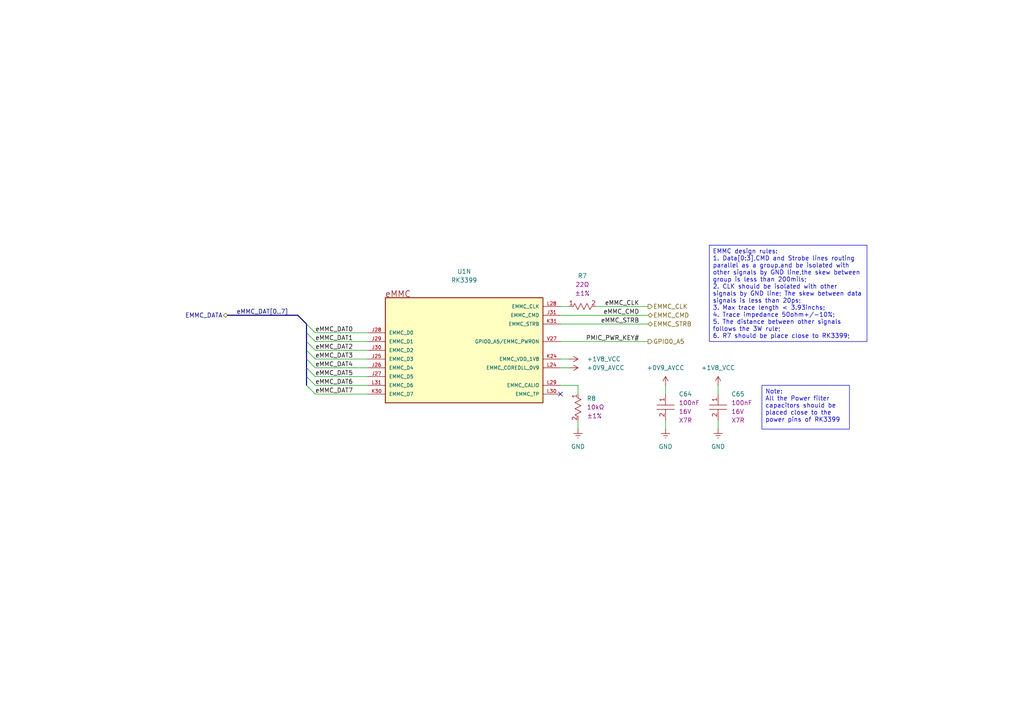
<source format=kicad_sch>
(kicad_sch (version 20250114) (generator "eeschema") (generator_version "9.0")
  (paper "A4")
  (title_block (title "CPU-RK3399 eMMC Controller") (date "2026-01-14") (rev "1.0.0") (company "TickLab") (comment 1 "VESA-SBC3399"))
  (lib_symbols
    (symbol "component_library:Capacitors/CL05B104KO5NNNC"
      (property "Reference" "C" (at 1.27 -1.27 0))
      (property "Capacitance" "100nF" (at 0 0 0))
      (property "Voltage - Rated" "16V" (at 0 0 0))
      (property "Temperature Coefficient" "X7R" (at 0 0 0))
      (symbol "Capacitors/CL05B104KO5NNNC_1_1"
        (pin passive line (at 0 0 270) (length 3.175) (name "") (number "1"))
        (pin passive line (at 0 -7.62 90) (length 3.175) (name "") (number "2"))
      )
    )
    (symbol "component_library:Resistors/0402WGF1002TCE"
      (property "Reference" "R" (at 1.27 2.54 0))
      (property "Resistance" "10kΩ" (at 0 0 0))
      (property "Tolerance" "±1%" (at 0 0 0))
      (symbol "Resistors/0402WGF1002TCE_1_1"
        (pin passive line (at 0 0 0) (length 1.143) (name "") (number "1"))
        (pin passive line (at 7.62 0 180) (length 1.143) (name "") (number "2"))
      )
    )
    (symbol "component_library:Resistors/0402WGF220JTCE"
      (property "Reference" "R" (at 1.27 2.54 0))
      (property "Resistance" "22Ω" (at 0 0 0))
      (property "Tolerance" "±1%" (at 0 0 0))
      (symbol "Resistors/0402WGF220JTCE_1_1"
        (pin passive line (at 0 0 0) (length 1.143) (name "") (number "1"))
        (pin passive line (at 7.62 0 180) (length 1.143) (name "") (number "2"))
      )
    )
    (symbol "component_library:System On Chip (SoC)/RK3399" (pin_names (offset 1.016))
      (property "Reference" "U" (at -22.86 119.38 0))
      (property "Value" "RK3399" (at -18.4683 -124.354 0))
      (symbol "System On Chip (SoC)/RK3399_1_0"
        (text "Internal Logic Ground and Digital IO Ground" (at -30.48 116.84 0) (effects (font (size 1.7823 1.7823)) (justify left bottom)))
        (pin power_in line (at -20.32 114.3 0) (length 5.08) (name "VSS_1") (number "A1"))
        (pin power_in line (at -20.32 111.76 0) (length 5.08) (name "VSS_2") (number "A27"))
        (pin power_in line (at -20.32 109.22 0) (length 5.08) (name "VSS_3") (number "A31"))
        (pin power_in line (at -20.32 106.68 0) (length 5.08) (name "VSS_4") (number "AA3"))
        (pin power_in line (at -20.32 104.14 0) (length 5.08) (name "VSS_5") (number "AA5"))
        (pin power_in line (at -20.32 101.6 0) (length 5.08) (name "VSS_6") (number "AA9"))
        (pin power_in line (at -20.32 99.06 0) (length 5.08) (name "VSS_7") (number "AF18"))
        (pin power_in line (at -20.32 96.52 0) (length 5.08) (name "VSS_8") (number "Y3"))
        (pin power_in line (at -20.32 93.98 0) (length 5.08) (name "VSS_9") (number "AB9"))
        (pin power_in line (at -20.32 91.44 0) (length 5.08) (name "VSS_10") (number "AF20"))
        (pin power_in line (at -20.32 88.9 0) (length 5.08) (name "VSS_11") (number "AD22"))
        (pin power_in line (at -20.32 86.36 0) (length 5.08) (name "VSS_12") (number "AC22"))
        (pin power_in line (at -20.32 83.82 0) (length 5.08) (name "VSS_13") (number "AC20"))
        (pin power_in line (at -20.32 81.28 0) (length 5.08) (name "VSS_14") (number "AE23"))
        (pin power_in line (at -20.32 78.74 0) (length 5.08) (name "VSS_15") (number "Y10"))
        (pin power_in line (at -20.32 76.2 0) (length 5.08) (name "VSS_16") (number "AC3"))
        (pin power_in line (at -20.32 73.66 0) (length 5.08) (name "VSS_17") (number "AD3"))
        (pin power_in line (at -20.32 71.12 0) (length 5.08) (name "VSS_18") (number "AD5"))
        (pin power_in line (at -20.32 68.58 0) (length 5.08) (name "VSS_19") (number "AD10"))
        (pin power_in line (at -20.32 66.04 0) (length 5.08) (name "VSS_20") (number "AF9"))
        (pin power_in line (at -20.32 63.5 0) (length 5.08) (name "VSS_21") (number "AG2"))
        (pin power_in line (at -20.32 60.96 0) (length 5.08) (name "VSS_22") (number "AJ5"))
        (pin power_in line (at -20.32 58.42 0) (length 5.08) (name "VSS_23") (number "AL1"))
        (pin power_in line (at -20.32 55.88 0) (length 5.08) (name "VSS_24") (number "B5"))
        (pin power_in line (at -20.32 53.34 0) (length 5.08) (name "VSS_25") (number "C8"))
        (pin power_in line (at -20.32 50.8 0) (length 5.08) (name "VSS_26") (number "C9"))
        (pin power_in line (at -20.32 48.26 0) (length 5.08) (name "VSS_27") (number "C11"))
        (pin power_in line (at -20.32 45.72 0) (length 5.08) (name "VSS_28") (number "C12"))
        (pin power_in line (at -20.32 43.18 0) (length 5.08) (name "VSS_29") (number "C14"))
        (pin power_in line (at -20.32 40.64 0) (length 5.08) (name "VSS_30") (number "C15"))
        (pin power_in line (at -20.32 38.1 0) (length 5.08) (name "VSS_31") (number "C17"))
        (pin power_in line (at -20.32 35.56 0) (length 5.08) (name "VSS_32") (number "C18"))
        (pin power_in line (at -20.32 33.02 0) (length 5.08) (name "VSS_33") (number "C20"))
        (pin power_in line (at -20.32 30.48 0) (length 5.08) (name "VSS_34") (number "C21"))
        (pin power_in line (at -20.32 27.94 0) (length 5.08) (name "VSS_35") (number "C23"))
        (pin power_in line (at -20.32 25.4 0) (length 5.08) (name "VSS_36") (number "C24"))
        (pin power_in line (at -20.32 22.86 0) (length 5.08) (name "VSS_37") (number "C26"))
        (pin power_in line (at -20.32 20.32 0) (length 5.08) (name "VSS_38") (number "D5"))
        (pin power_in line (at -20.32 17.78 0) (length 5.08) (name "VSS_39") (number "E2"))
        (pin power_in line (at -20.32 15.24 0) (length 5.08) (name "VSS_40") (number "E4"))
        (pin power_in line (at -20.32 12.7 0) (length 5.08) (name "VSS_41") (number "E7"))
        (pin power_in line (at -20.32 10.16 0) (length 5.08) (name "VSS_42") (number "E12"))
        (pin power_in line (at -20.32 7.62 0) (length 5.08) (name "VSS_43") (number "E15"))
        (pin power_in line (at -20.32 5.08 0) (length 5.08) (name "VSS_44") (number "E18"))
        (pin power_in line (at -20.32 2.54 0) (length 5.08) (name "VSS_45") (number "E21"))
        (pin power_in line (at -20.32 0 0) (length 5.08) (name "VSS_46") (number "E24"))
        (pin power_in line (at -20.32 -2.54 0) (length 5.08) (name "VSS_47") (number "E31"))
        (pin power_in line (at -20.32 -5.08 0) (length 5.08) (name "VSS_48") (number "F8"))
        (pin power_in line (at -20.32 -7.62 0) (length 5.08) (name "VSS_49") (number "F15"))
        (pin power_in line (at -20.32 -10.16 0) (length 5.08) (name "VSS_50") (number "F18"))
        (pin power_in line (at -20.32 -12.7 0) (length 5.08) (name "VSS_51") (number "F20"))
        (pin power_in line (at -20.32 -15.24 0) (length 5.08) (name "VSS_52") (number "F21"))
        (pin power_in line (at -20.32 -17.78 0) (length 5.08) (name "VSS_53") (number "G5"))
        (pin power_in line (at -20.32 -20.32 0) (length 5.08) (name "VSS_54") (number "G9"))
        (pin power_in line (at -20.32 -22.86 0) (length 5.08) (name "VSS_55") (number "G18"))
        (pin power_in line (at -20.32 -25.4 0) (length 5.08) (name "VSS_56") (number "G27"))
        (pin power_in line (at -20.32 -27.94 0) (length 5.08) (name "VSS_57") (number "H3"))
        (pin power_in line (at -20.32 -30.48 0) (length 5.08) (name "VSS_58") (number "H9"))
        (pin power_in line (at -20.32 -33.02 0) (length 5.08) (name "VSS_59") (number "H10"))
        (pin power_in line (at -20.32 -35.56 0) (length 5.08) (name "VSS_60") (number "H11"))
        (pin power_in line (at -20.32 -38.1 0) (length 5.08) (name "VSS_61") (number "H12"))
        (pin power_in line (at -20.32 -40.64 0) (length 5.08) (name "VSS_62") (number "H13"))
        (pin power_in line (at -20.32 -43.18 0) (length 5.08) (name "VSS_63") (number "H15"))
        (pin power_in line (at -20.32 -45.72 0) (length 5.08) (name "VSS_64") (number "H16"))
        (pin power_in line (at -20.32 -48.26 0) (length 5.08) (name "VSS_65") (number "H17"))
        (pin power_in line (at -20.32 -50.8 0) (length 5.08) (name "VSS_66") (number "H18"))
        (pin power_in line (at -20.32 -53.34 0) (length 5.08) (name "VSS_67") (number "H26"))
        (pin power_in line (at -20.32 -55.88 0) (length 5.08) (name "VSS_68") (number "J3"))
        (pin power_in line (at -20.32 -58.42 0) (length 5.08) (name "VSS_69") (number "J6"))
        (pin power_in line (at -20.32 -60.96 0) (length 5.08) (name "VSS_70") (number "J7"))
        (pin power_in line (at -20.32 -63.5 0) (length 5.08) (name "VSS_71") (number "J8"))
        (pin power_in line (at -20.32 -66.04 0) (length 5.08) (name "VSS_72") (number "J9"))
        (pin power_in line (at -20.32 -68.58 0) (length 5.08) (name "VSS_73") (number "J10"))
        (pin power_in line (at -20.32 -71.12 0) (length 5.08) (name "VSS_74") (number "K8"))
        (pin power_in line (at -20.32 -73.66 0) (length 5.08) (name "VSS_75") (number "K9"))
        (pin power_in line (at -20.32 -76.2 0) (length 5.08) (name "VSS_76") (number "K10"))
        (pin power_in line (at -20.32 -78.74 0) (length 5.08) (name "VSS_77") (number "K12"))
        (pin power_in line (at -20.32 -81.28 0) (length 5.08) (name "VSS_78") (number "K14"))
        (pin power_in line (at -20.32 -83.82 0) (length 5.08) (name "VSS_79") (number "K16"))
        (pin power_in line (at -20.32 -86.36 0) (length 5.08) (name "VSS_80") (number "K18"))
        (pin power_in line (at -20.32 -88.9 0) (length 5.08) (name "VSS_81") (number "W21"))
        (pin power_in line (at -20.32 -91.44 0) (length 5.08) (name "VSS_82") (number "K20"))
        (pin power_in line (at -20.32 -93.98 0) (length 5.08) (name "VSS_83") (number "N19"))
        (pin power_in line (at -20.32 -96.52 0) (length 5.08) (name "VSS_84") (number "K22"))
        (pin power_in line (at -20.32 -99.06 0) (length 5.08) (name "VSS_85") (number "L3"))
        (pin power_in line (at -20.32 -101.6 0) (length 5.08) (name "VSS_86") (number "L6"))
        (pin power_in line (at -20.32 -104.14 0) (length 5.08) (name "VSS_87") (number "L8"))
        (pin power_in line (at -20.32 -106.68 0) (length 5.08) (name "VSS_88") (number "L11"))
        (pin power_in line (at -20.32 -109.22 0) (length 5.08) (name "VSS_89") (number "L12"))
        (pin power_in line (at -20.32 -111.76 0) (length 5.08) (name "VSS_90") (number "L13"))
        (pin power_in line (at 20.32 114.3 180) (length 5.08) (name "VSS_91") (number "L14"))
        (pin power_in line (at 20.32 111.76 180) (length 5.08) (name "VSS_92") (number "L15"))
        (pin power_in line (at 20.32 109.22 180) (length 5.08) (name "VSS_93") (number "L16"))
        (pin power_in line (at 20.32 106.68 180) (length 5.08) (name "VSS_94") (number "N17"))
        (pin power_in line (at 20.32 104.14 180) (length 5.08) (name "VSS_95") (number "Y17"))
        (pin power_in line (at 20.32 101.6 180) (length 5.08) (name "VSS_96") (number "L20"))
        (pin power_in line (at 20.32 99.06 180) (length 5.08) (name "VSS_97") (number "L22"))
        (pin power_in line (at 20.32 96.52 180) (length 5.08) (name "VSS_98") (number "N21"))
        (pin power_in line (at 20.32 93.98 180) (length 5.08) (name "VSS_99") (number "L27"))
        (pin power_in line (at 20.32 91.44 180) (length 5.08) (name "VSS_100") (number "M3"))
        (pin power_in line (at 20.32 88.9 180) (length 5.08) (name "VSS_101") (number "M8"))
        (pin power_in line (at 20.32 86.36 180) (length 5.08) (name "VSS_102") (number "M10"))
        (pin power_in line (at 20.32 83.82 180) (length 5.08) (name "VSS_103") (number "M16"))
        (pin power_in line (at 20.32 81.28 180) (length 5.08) (name "VSS_104") (number "M23"))
        (pin power_in line (at 20.32 78.74 180) (length 5.08) (name "VSS_105") (number "N8"))
        (pin power_in line (at 20.32 76.2 180) (length 5.08) (name "VSS_106") (number "P11"))
        (pin power_in line (at 20.32 73.66 180) (length 5.08) (name "VSS_107") (number "P12"))
        (pin power_in line (at 20.32 71.12 180) (length 5.08) (name "VSS_108") (number "N13"))
        (pin power_in line (at 20.32 68.58 180) (length 5.08) (name "VSS_109") (number "N14"))
        (pin power_in line (at 20.32 66.04 180) (length 5.08) (name "VSS_110") (number "N15"))
        (pin power_in line (at 20.32 63.5 180) (length 5.08) (name "VSS_111") (number "N16"))
        (pin power_in line (at 20.32 60.96 180) (length 5.08) (name "VSS_112") (number "P3"))
        (pin power_in line (at 20.32 58.42 180) (length 5.08) (name "VSS_113") (number "P6"))
        (pin power_in line (at 20.32 55.88 180) (length 5.08) (name "VSS_114") (number "P7"))
        (pin power_in line (at 20.32 53.34 180) (length 5.08) (name "VSS_115") (number "P8"))
        (pin power_in line (at 20.32 50.8 180) (length 5.08) (name "VSS_116") (number "P10"))
        (pin power_in line (at 20.32 48.26 180) (length 5.08) (name "VSS_117") (number "P16"))
        (pin power_in line (at 20.32 45.72 180) (length 5.08) (name "VSS_118") (number "Y16"))
        (pin power_in line (at 20.32 43.18 180) (length 5.08) (name "VSS_119") (number "P19"))
        (pin power_in line (at 20.32 40.64 180) (length 5.08) (name "VSS_120") (number "R21"))
        (pin power_in line (at 20.32 38.1 180) (length 5.08) (name "VSS_121") (number "P21"))
        (pin power_in line (at 20.32 35.56 180) (length 5.08) (name "VSS_122") (number "T19"))
        (pin power_in line (at 20.32 33.02 180) (length 5.08) (name "VSS_123") (number "R3"))
        (pin power_in line (at 20.32 30.48 180) (length 5.08) (name "VSS_124") (number "R5"))
        (pin power_in line (at 20.32 27.94 180) (length 5.08) (name "VSS_125") (number "R6"))
        (pin power_in line (at 20.32 25.4 180) (length 5.08) (name "VSS_126") (number "U11"))
        (pin power_in line (at 20.32 22.86 180) (length 5.08) (name "VSS_127") (number "U12"))
        (pin power_in line (at 20.32 20.32 180) (length 5.08) (name "VSS_128") (number "W13"))
        (pin power_in line (at 20.32 17.78 180) (length 5.08) (name "VSS_129") (number "R14"))
        (pin power_in line (at 20.32 15.24 180) (length 5.08) (name "VSS_130") (number "R15"))
        (pin power_in line (at 20.32 12.7 180) (length 5.08) (name "VSS_131") (number "R16"))
        (pin power_in line (at 20.32 10.16 180) (length 5.08) (name "VSS_132") (number "AC21"))
        (pin power_in line (at 20.32 7.62 180) (length 5.08) (name "VSS_133") (number "R23"))
        (pin power_in line (at 20.32 5.08 180) (length 5.08) (name "VSS_134") (number "T8"))
        (pin power_in line (at 20.32 2.54 180) (length 5.08) (name "VSS_135") (number "T10"))
        (pin power_in line (at 20.32 0 180) (length 5.08) (name "VSS_136") (number "Y12"))
        (pin power_in line (at 20.32 -2.54 180) (length 5.08) (name "VSS_137") (number "U14"))
        (pin power_in line (at 20.32 -5.08 180) (length 5.08) (name "VSS_138") (number "T16"))
        (pin power_in line (at 20.32 -7.62 180) (length 5.08) (name "VSS_139") (number "T21"))
        (pin power_in line (at 20.32 -10.16 180) (length 5.08) (name "VSS_140") (number "AB19"))
        (pin power_in line (at 20.32 -12.7 180) (length 5.08) (name "VSS_141") (number "U3"))
        (pin power_in line (at 20.32 -15.24 180) (length 5.08) (name "VSS_142") (number "U8"))
        (pin power_in line (at 20.32 -17.78 180) (length 5.08) (name "VSS_143") (number "U15"))
        (pin power_in line (at 20.32 -20.32 180) (length 5.08) (name "VSS_144") (number "U16"))
        (pin power_in line (at 20.32 -22.86 180) (length 5.08) (name "VSS_145") (number "AC18"))
        (pin power_in line (at 20.32 -25.4 180) (length 5.08) (name "VSS_146") (number "U19"))
        (pin power_in line (at 20.32 -27.94 180) (length 5.08) (name "VSS_147") (number "U21"))
        (pin power_in line (at 20.32 -30.48 180) (length 5.08) (name "VSS_148") (number "V17"))
        (pin power_in line (at 20.32 -33.02 180) (length 5.08) (name "VSS_149") (number "U22"))
        (pin power_in line (at 20.32 -35.56 180) (length 5.08) (name "VSS_150") (number "U29"))
        (pin power_in line (at 20.32 -38.1 180) (length 5.08) (name "VSS_151") (number "V3"))
        (pin power_in line (at 20.32 -40.64 180) (length 5.08) (name "VSS_152") (number "V5"))
        (pin power_in line (at 20.32 -43.18 180) (length 5.08) (name "VSS_153") (number "V8"))
        (pin power_in line (at 20.32 -45.72 180) (length 5.08) (name "VSS_154") (number "V10"))
        (pin power_in line (at 20.32 -48.26 180) (length 5.08) (name "VSS_155") (number "Y11"))
        (pin power_in line (at 20.32 -50.8 180) (length 5.08) (name "VSS_156") (number "Y14"))
        (pin power_in line (at 20.32 -53.34 180) (length 5.08) (name "VSS_157") (number "Y15"))
        (pin power_in line (at 20.32 -55.88 180) (length 5.08) (name "VSS_158") (number "W22"))
        (pin power_in line (at 20.32 -58.42 180) (length 5.08) (name "VSS_159") (number "W17"))
        (pin power_in line (at 20.32 -60.96 180) (length 5.08) (name "VSS_160") (number "W30"))
        (pin power_in line (at 20.32 -63.5 180) (length 5.08) (name "VSS_161") (number "W8"))
        (pin power_in line (at 20.32 -66.04 180) (length 5.08) (name "VSS_162") (number "W9"))
        (pin power_in line (at 20.32 -68.58 180) (length 5.08) (name "VSS_163") (number "AD21"))
        (pin power_in line (at 20.32 -71.12 180) (length 5.08) (name "VSS_164") (number "Y13"))
        (pin power_in line (at 20.32 -73.66 180) (length 5.08) (name "VSS_165") (number "R18"))
        (pin power_in line (at 20.32 -76.2 180) (length 5.08) (name "VSS_166") (number "Y9"))
        (pin power_in line (at 20.32 -78.74 180) (length 5.08) (name "VSS_167") (number "W19"))
        (pin power_in line (at 20.32 -81.28 180) (length 5.08) (name "VSS_168") (number "T18"))
        (pin power_in line (at 20.32 -83.82 180) (length 5.08) (name "VSS_169") (number "W18"))
        (pin power_in line (at 20.32 -86.36 180) (length 5.08) (name "VSS_170") (number "Y20"))
        (pin power_in line (at 20.32 -88.9 180) (length 5.08) (name "VSS_171") (number "AJ28"))
        (pin power_in line (at 20.32 -91.44 180) (length 5.08) (name "VSS_172") (number "AJ21"))
        (pin power_in line (at 20.32 -93.98 180) (length 5.08) (name "VSS_173") (number "AJ23"))
        (pin power_in line (at 20.32 -96.52 180) (length 5.08) (name "VSS_174") (number "AJ24"))
        (pin power_in line (at 20.32 -99.06 180) (length 5.08) (name "VSS_175") (number "AJ26"))
        (pin power_in line (at 20.32 -101.6 180) (length 5.08) (name "VSS_176") (number "AJ27"))
        (pin power_in line (at 20.32 -104.14 180) (length 5.08) (name "VSS_177") (number "AA13"))
        (pin power_in line (at 20.32 -106.68 180) (length 5.08) (name "VSS_178") (number "AL31"))
        (pin power_in line (at 20.32 -109.22 180) (length 5.08) (name "VSS_179") (number "AA10"))
        (pin power_in line (at 20.32 -111.76 180) (length 5.08) (name "VSS_180") (number "AJ20"))
      )
      (symbol "System On Chip (SoC)/RK3399_2_0"
        (text "Analog Ground" (at -15.3236 48.4013 0) (effects (font (size 1.784 1.784)) (justify left bottom)))
        (pin power_in line (at -20.32 43.18 0) (length 5.08) (name "AVSS_1") (number "Y23"))
        (pin power_in line (at -20.32 40.64 0) (length 5.08) (name "AVSS_2") (number "AF23"))
        (pin power_in line (at -20.32 38.1 0) (length 5.08) (name "AVSS_3") (number "AF24"))
        (pin power_in line (at -20.32 35.56 0) (length 5.08) (name "AVSS_4") (number "AA23"))
        (pin power_in line (at -20.32 33.02 0) (length 5.08) (name "AVSS_5") (number "AB23"))
        (pin power_in line (at -20.32 30.48 0) (length 5.08) (name "AVSS_6") (number "AA26"))
        (pin power_in line (at -20.32 27.94 0) (length 5.08) (name "AVSS_7") (number "AA29"))
        (pin power_in line (at -20.32 25.4 0) (length 5.08) (name "AVSS_8") (number "AB11"))
        (pin power_in line (at -20.32 22.86 0) (length 5.08) (name "AVSS_9") (number "AB13"))
        (pin power_in line (at -20.32 20.32 0) (length 5.08) (name "AVSS_10") (number "AC15"))
        (pin power_in line (at -20.32 17.78 0) (length 5.08) (name "AVSS_11") (number "AD13"))
        (pin power_in line (at -20.32 15.24 0) (length 5.08) (name "AVSS_12") (number "AB10"))
        (pin power_in line (at -20.32 12.7 0) (length 5.08) (name "AVSS_13") (number "AA11"))
        (pin power_in line (at -20.32 10.16 0) (length 5.08) (name "AVSS_14") (number "AC26"))
        (pin power_in line (at -20.32 7.62 0) (length 5.08) (name "AVSS_15") (number "AC29"))
        (pin power_in line (at -20.32 5.08 0) (length 5.08) (name "AVSS_16") (number "AD17"))
        (pin power_in line (at -20.32 2.54 0) (length 5.08) (name "AVSS_17") (number "AA12"))
        (pin power_in line (at -20.32 0 0) (length 5.08) (name "AVSS_18") (number "AC16"))
        (pin power_in line (at -20.32 -2.54 0) (length 5.08) (name "AVSS_19") (number "AC23"))
        (pin power_in line (at -20.32 -5.08 0) (length 5.08) (name "AVSS_20") (number "AD29"))
        (pin power_in line (at -20.32 -7.62 0) (length 5.08) (name "AVSS_21") (number "AE11"))
        (pin power_in line (at -20.32 -10.16 0) (length 5.08) (name "AVSS_22") (number "AE12"))
        (pin power_in line (at -20.32 -12.7 0) (length 5.08) (name "AVSS_23") (number "AE14"))
        (pin power_in line (at -20.32 -15.24 0) (length 5.08) (name "AVSS_24") (number "AE17"))
        (pin power_in line (at -20.32 -17.78 0) (length 5.08) (name "AVSS_25") (number "AE27"))
        (pin power_in line (at -20.32 -20.32 0) (length 5.08) (name "AVSS_26") (number "AA14"))
        (pin power_in line (at -20.32 -22.86 0) (length 5.08) (name "AVSS_27") (number "AF17"))
        (pin power_in line (at -20.32 -25.4 0) (length 5.08) (name "AVSS_28") (number "AF29"))
        (pin power_in line (at -20.32 -27.94 0) (length 5.08) (name "AVSS_29") (number "AG29"))
        (pin power_in line (at -20.32 -30.48 0) (length 5.08) (name "AVSS_30") (number "AH29"))
        (pin power_in line (at -20.32 -33.02 0) (length 5.08) (name "AVSS_31") (number "AJ6"))
        (pin power_in line (at -20.32 -35.56 0) (length 5.08) (name "AVSS_32") (number "AJ8"))
        (pin power_in line (at -20.32 -38.1 0) (length 5.08) (name "AVSS_33") (number "AJ9"))
        (pin power_in line (at -20.32 -40.64 0) (length 5.08) (name "AVSS_34") (number "AJ11"))
        (pin power_in line (at -20.32 -43.18 0) (length 5.08) (name "AVSS_35") (number "AJ12"))
        (pin power_in line (at 20.32 43.18 180) (length 5.08) (name "AVSS_36") (number "AJ14"))
        (pin power_in line (at 20.32 40.64 180) (length 5.08) (name "AVSS_37") (number "AJ15"))
        (pin power_in line (at 20.32 38.1 180) (length 5.08) (name "AVSS_38") (number "AJ17"))
        (pin power_in line (at 20.32 35.56 180) (length 5.08) (name "AVSS_39") (number "AJ18"))
        (pin power_in line (at 20.32 33.02 180) (length 5.08) (name "AVSS_40") (number "AD26"))
        (pin power_in line (at 20.32 30.48 180) (length 5.08) (name "AVSS_41") (number "AB16"))
        (pin power_in line (at 20.32 27.94 180) (length 5.08) (name "AVSS_42") (number "AB15"))
        (pin power_in line (at 20.32 25.4 180) (length 5.08) (name "AVSS_43") (number "AC17"))
        (pin power_in line (at 20.32 22.86 180) (length 5.08) (name "AVSS_44") (number "AC11"))
        (pin power_in line (at 20.32 20.32 180) (length 5.08) (name "AVSS_45") (number "AC13"))
        (pin power_in line (at 20.32 17.78 180) (length 5.08) (name "AVSS_46") (number "W23"))
        (pin power_in line (at 20.32 15.24 180) (length 5.08) (name "AVSS_47") (number "AJ29"))
        (pin power_in line (at 20.32 12.7 180) (length 5.08) (name "AVSS_48") (number "Y29"))
        (pin power_in line (at 20.32 10.16 180) (length 5.08) (name "AVSS_49") (number "U23"))
        (pin power_in line (at 20.32 7.62 180) (length 5.08) (name "AVSS_50") (number "V23"))
        (pin power_in line (at 20.32 5.08 180) (length 5.08) (name "AVSS_51") (number "AC25"))
        (pin power_in line (at 20.32 2.54 180) (length 5.08) (name "AVSS_52") (number "AB17"))
        (pin power_in line (at 20.32 0 180) (length 5.08) (name "AVSS_53") (number "AA15"))
        (pin power_in line (at 20.32 -7.62 180) (length 5.08) (name "EDP_AVSS_1") (number "B31"))
        (pin power_in line (at 20.32 -10.16 180) (length 5.08) (name "EDP_AVSS_2") (number "C28"))
        (pin power_in line (at 20.32 -12.7 180) (length 5.08) (name "EDP_AVSS_3") (number "C29"))
        (pin power_in line (at 20.32 -15.24 180) (length 5.08) (name "EDP_AVSS_4") (number "D29"))
        (pin power_in line (at 20.32 -17.78 180) (length 5.08) (name "EDP_AVSS_5") (number "H19"))
        (pin power_in line (at 20.32 -20.32 180) (length 5.08) (name "EDP_AVSS_6") (number "J21"))
        (pin power_in line (at 20.32 -30.48 180) (length 5.08) (name "PLL_AVSS") (number "P17"))
      )
      (symbol "System On Chip (SoC)/RK3399_3_0"
        (text "Internal Center Logic Power" (at -17.78 7.62 0) (effects (font (size 1.7808 1.7808)) (justify left bottom)))
        (pin power_in line (at -25.4 5.08 0) (length 5.08) (name "CENTERLOGIC_VDD_1") (number "M11"))
        (pin power_in line (at -25.4 2.54 0) (length 5.08) (name "CENTERLOGIC_VDD_2") (number "M12"))
        (pin power_in line (at -25.4 0 0) (length 5.08) (name "CENTERLOGIC_VDD_3") (number "M13"))
        (pin power_in line (at -25.4 -2.54 0) (length 5.08) (name "CENTERLOGIC_VDD_4") (number "M14"))
        (pin power_in line (at -25.4 -5.08 0) (length 5.08) (name "CENTERLOGIC_VDD_5") (number "M15"))
        (pin power_in line (at 25.4 5.08 180) (length 5.08) (name "CENTERLOGIC_VDD_6") (number "N11"))
        (pin power_in line (at 25.4 2.54 180) (length 5.08) (name "CENTERLOGIC_VDD_7") (number "N12"))
        (pin power_in line (at 25.4 0 180) (length 5.08) (name "CENTERLOGIC_VDD_8") (number "P13"))
        (pin power_in line (at 25.4 -2.54 180) (length 5.08) (name "CENTERLOGIC_VDD_9") (number "P14"))
        (pin power_in line (at 25.4 -5.08 180) (length 5.08) (name "CENTERLOGIC_VDD_10") (number "P15"))
      )
      (symbol "System On Chip (SoC)/RK3399_4_0"
        (text "Internal GPU Power" (at -15.3324 15.3417 0) (effects (font (size 1.7843 1.7843)) (justify left bottom)))
        (pin power_in line (at -20.32 12.7 0) (length 5.08) (name "GPU_VDD_1") (number "W11"))
        (pin power_in line (at -20.32 10.16 0) (length 5.08) (name "GPU_VDD_2") (number "W12"))
        (pin power_in line (at -20.32 7.62 0) (length 5.08) (name "GPU_VDD_3") (number "W14"))
        (pin power_in line (at -20.32 5.08 0) (length 5.08) (name "GPU_VDD_4") (number "V15"))
        (pin power_in line (at -20.32 2.54 0) (length 5.08) (name "GPU_VDD_5") (number "V14"))
        (pin power_in line (at -20.32 0 0) (length 5.08) (name "GPU_VDD_6") (number "V13"))
        (pin power_in line (at -20.32 -2.54 0) (length 5.08) (name "GPU_VDD_7") (number "U13"))
        (pin power_in line (at -20.32 -5.08 0) (length 5.08) (name "GPU_VDD_8") (number "R11"))
        (pin power_in line (at -20.32 -7.62 0) (length 5.08) (name "GPU_VDD_9") (number "R12"))
        (pin power_in line (at -20.32 -10.16 0) (length 5.08) (name "GPU_VDD_10") (number "T11"))
        (pin power_in line (at 20.32 12.7 180) (length 5.08) (name "GPU_VDD_11") (number "T12"))
        (pin power_in line (at 20.32 10.16 180) (length 5.08) (name "GPU_VDD_12") (number "T13"))
        (pin power_in line (at 20.32 7.62 180) (length 5.08) (name "GPU_VDD_13") (number "R13"))
        (pin power_in line (at 20.32 5.08 180) (length 5.08) (name "GPU_VDD_14") (number "T14"))
        (pin power_in line (at 20.32 2.54 180) (length 5.08) (name "GPU_VDD_15") (number "V11"))
        (pin power_in line (at 20.32 0 180) (length 5.08) (name "GPU_VDD_16") (number "V12"))
        (pin power_in line (at 20.32 -2.54 180) (length 5.08) (name "GPU_VDD_17") (number "V16"))
        (pin power_in line (at 20.32 -5.08 180) (length 5.08) (name "GPU_VDD_18") (number "W16"))
        (pin power_in line (at 20.32 -7.62 180) (length 5.08) (name "GPU_VDD_19") (number "W15"))
        (pin power_in line (at 20.32 -10.16 180) (length 5.08) (name "GPU_VDD_20") (number "W10"))
        (pin power_out line (at 20.32 -12.7 180) (length 5.08) (name "GPU_VDD_COM") (number "T15"))
      )
      (symbol "System On Chip (SoC)/RK3399_5_0"
        (text "Internal BIG CPU A72 Power" (at -17.78 10.16 0) (effects (font (size 1.7837 1.7837)) (justify left bottom)))
        (pin power_in line (at -20.32 7.62 0) (length 5.08) (name "BIGCPU_VDD_1") (number "L19"))
        (pin power_in line (at -20.32 5.08 0) (length 5.08) (name "BIGCPU_VDD_2") (number "L21"))
        (pin power_in line (at -20.32 2.54 0) (length 5.08) (name "BIGCPU_VDD_3") (number "M18"))
        (pin power_in line (at -20.32 0 0) (length 5.08) (name "BIGCPU_VDD_4") (number "M19"))
        (pin power_in line (at -20.32 -2.54 0) (length 5.08) (name "BIGCPU_VDD_5") (number "M20"))
        (pin power_in line (at -20.32 -5.08 0) (length 5.08) (name "BIGCPU_VDD_6") (number "M21"))
        (pin power_in line (at -20.32 -7.62 0) (length 5.08) (name "BIGCPU_VDD_7") (number "M22"))
        (pin power_in line (at 20.32 7.62 180) (length 5.08) (name "BIGCPU_VDD_8") (number "L18"))
        (pin power_in line (at 20.32 5.08 180) (length 5.08) (name "BIGCPU_VDD_9") (number "N22"))
        (pin power_in line (at 20.32 2.54 180) (length 5.08) (name "BIGCPU_VDD_10") (number "N20"))
        (pin power_in line (at 20.32 0 180) (length 5.08) (name "BIGCPU_VDD_11") (number "L23"))
        (pin power_in line (at 20.32 -2.54 180) (length 5.08) (name "BIGCPU_VDD_12") (number "K19"))
        (pin power_in line (at 20.32 -5.08 180) (length 5.08) (name "BIGCPU_VDD_13") (number "K21"))
        (pin power_out line (at 20.32 -7.62 180) (length 5.08) (name "BIGCPU_VDD_COM") (number "N18"))
      )
      (symbol "System On Chip (SoC)/RK3399_6_0"
        (text "Internal Logic Power" (at -15.24 10.16 0) (effects (font (size 1.7838 1.7838)) (justify left bottom)))
        (pin power_in line (at -20.32 7.62 0) (length 5.08) (name "LOGIC_VDD_1") (number "V22"))
        (pin power_in line (at -20.32 5.08 0) (length 5.08) (name "LOGIC_VDD_2") (number "V21"))
        (pin power_in line (at -20.32 2.54 0) (length 5.08) (name "LOGIC_VDD_3") (number "V20"))
        (pin power_in line (at -20.32 0 0) (length 5.08) (name "LOGIC_VDD_4") (number "V19"))
        (pin power_in line (at -20.32 -2.54 0) (length 5.08) (name "LOGIC_VDD_5") (number "V18"))
        (pin power_in line (at -20.32 -5.08 0) (length 5.08) (name "LOGIC_VDD_6") (number "W20"))
        (pin power_in line (at 20.32 7.62 180) (length 5.08) (name "LOGIC_VDD_7") (number "U18"))
        (pin power_in line (at 20.32 5.08 180) (length 5.08) (name "LOGIC_VDD_8") (number "U17"))
        (pin power_in line (at 20.32 2.54 180) (length 5.08) (name "LOGIC_VDD_9") (number "M17"))
        (pin power_in line (at 20.32 0 180) (length 5.08) (name "LOGIC_VDD_10") (number "L17"))
        (pin power_in line (at 20.32 -2.54 180) (length 5.08) (name "LOGIC_VDD_11") (number "T17"))
        (pin power_in line (at 20.32 -5.08 180) (length 5.08) (name "LOGIC_VDD_12") (number "U20"))
      )
      (symbol "System On Chip (SoC)/RK3399_7_0"
        (text "Internal LITTLE CPU A53 Power" (at -20.4095 5.1351 0) (effects (font (size 1.7835 1.7835)) (justify left bottom)))
        (pin power_in line (at -20.32 2.54 0) (length 5.08) (name "LITCPU_VDD_1") (number "P20"))
        (pin power_in line (at -20.32 0 0) (length 5.08) (name "LITCPU_VDD_2") (number "R19"))
        (pin power_in line (at -20.32 -2.54 0) (length 5.08) (name "LITCPU_VDD_3") (number "R20"))
        (pin power_in line (at -20.32 -5.08 0) (length 5.08) (name "LITCPU_VDD_4") (number "P22"))
        (pin power_in line (at 20.32 2.54 180) (length 5.08) (name "LITCPU_VDD_5") (number "T22"))
        (pin power_in line (at 20.32 0 180) (length 5.08) (name "LITCPU_VDD_6") (number "T20"))
        (pin power_in line (at 20.32 -2.54 180) (length 5.08) (name "LITCPU_VDD_7") (number "R22"))
      )
      (symbol "System On Chip (SoC)/RK3399_8_0"
        (text "PCIe differential data I/O signals" (at -20.4082 22.9382 0) (effects (font (size 1.7834 1.7834)) (justify left bottom)))
        (pin input line (at -25.4 20.32 0) (length 5.08) (name "PCIE_RX0_P") (number "AF30"))
        (pin input line (at -25.4 17.78 0) (length 5.08) (name "PCIE_RX0_N") (number "AF31"))
        (pin input line (at -25.4 12.7 0) (length 5.08) (name "PCIE_RX1_P") (number "AH30"))
        (pin input line (at -25.4 10.16 0) (length 5.08) (name "PCIE_RX1_N") (number "AH31"))
        (pin input line (at -25.4 5.08 0) (length 5.08) (name "PCIE_RX2_P") (number "AC27"))
        (pin input line (at -25.4 2.54 0) (length 5.08) (name "PCIE_RX2_N") (number "AC28"))
        (pin input line (at -25.4 -2.54 0) (length 5.08) (name "PCIE_RX3_P") (number "AF27"))
        (pin input line (at -25.4 -5.08 0) (length 5.08) (name "PCIE_RX3_N") (number "AF28"))
        (pin input clock (at -25.4 -10.16 0) (length 5.08) (name "GPIO4_D0/PCIE_CLKREQNB") (number "AE6"))
        (pin output line (at 25.4 20.32 180) (length 5.08) (name "PCIE_TX0_P") (number "AE30"))
        (pin output line (at 25.4 17.78 180) (length 5.08) (name "PCIE_TX0_N") (number "AE31"))
        (pin output line (at 25.4 12.7 180) (length 5.08) (name "PCIE_TX1_P") (number "AG30"))
        (pin output line (at 25.4 10.16 180) (length 5.08) (name "PCIE_TX1_N") (number "AG31"))
        (pin output line (at 25.4 5.08 180) (length 5.08) (name "PCIE_TX2_P") (number "AA27"))
        (pin output line (at 25.4 2.54 180) (length 5.08) (name "PCIE_TX2_N") (number "AA28"))
        (pin output line (at 25.4 -2.54 180) (length 5.08) (name "PCIE_TX3_P") (number "AD27"))
        (pin output line (at 25.4 -5.08 180) (length 5.08) (name "PCIE_TX3_N") (number "AD28"))
        (pin output line (at 25.4 -10.16 180) (length 5.08) (name "PCIE_RCLK_100M_P") (number "AD31"))
        (pin output line (at 25.4 -12.7 180) (length 5.08) (name "PCIE_RCLK_100M_N") (number "AD30"))
        (pin power_in line (at 25.4 -17.78 180) (length 5.08) (name "PCIE_AVDD_0V9") (number "W24"))
        (pin power_in line (at 25.4 -20.32 180) (length 5.08) (name "PCIE_AVDD_1V8") (number "Y24"))
      )
      (symbol "System On Chip (SoC)/RK3399_9_0"
        (text "DDRC0" (at -20.4006 73.8062 0) (effects (font (size 1.7827 1.7827)) (justify left bottom)))
        (pin bidirectional line (at -25.4 71.12 0) (length 5.08) (name "DDR0_DQ0") (number "AB2"))
        (pin bidirectional line (at -25.4 68.58 0) (length 5.08) (name "DDR0_DQ1") (number "AB1"))
        (pin bidirectional line (at -25.4 66.04 0) (length 5.08) (name "DDR0_DQ2") (number "AA2"))
        (pin bidirectional line (at -25.4 63.5 0) (length 5.08) (name "DDR0_DQ3") (number "AA1"))
        (pin bidirectional line (at -25.4 60.96 0) (length 5.08) (name "DDR0_DQ4") (number "Y2"))
        (pin bidirectional line (at -25.4 58.42 0) (length 5.08) (name "DDR0_DQ5") (number "Y1"))
        (pin bidirectional line (at -25.4 55.88 0) (length 5.08) (name "DDR0_DQ6") (number "W1"))
        (pin bidirectional line (at -25.4 53.34 0) (length 5.08) (name "DDR0_DQ7") (number "W2"))
        (pin bidirectional line (at -25.4 50.8 0) (length 5.08) (name "DDR0_DQ8") (number "AF2"))
        (pin bidirectional line (at -25.4 48.26 0) (length 5.08) (name "DDR0_DQ9") (number "AE2"))
        (pin bidirectional line (at -25.4 45.72 0) (length 5.08) (name "DDR0_DQ10") (number "AF1"))
        (pin bidirectional line (at -25.4 43.18 0) (length 5.08) (name "DDR0_DQ11") (number "AD2"))
        (pin bidirectional line (at -25.4 40.64 0) (length 5.08) (name "DDR0_DQ12") (number "AE1"))
        (pin bidirectional line (at -25.4 38.1 0) (length 5.08) (name "DDR0_DQ13") (number "AD1"))
        (pin bidirectional line (at -25.4 35.56 0) (length 5.08) (name "DDR0_DQ14") (number "AC1"))
        (pin bidirectional line (at -25.4 33.02 0) (length 5.08) (name "DDR0_DQ15") (number "AC2"))
        (pin bidirectional line (at -25.4 30.48 0) (length 5.08) (name "DDR0_DQ16") (number "V1"))
        (pin bidirectional line (at -25.4 27.94 0) (length 5.08) (name "DDR0_DQ17") (number "V2"))
        (pin bidirectional line (at -25.4 25.4 0) (length 5.08) (name "DDR0_DQ18") (number "U1"))
        (pin bidirectional line (at -25.4 22.86 0) (length 5.08) (name "DDR0_DQ19") (number "U2"))
        (pin bidirectional line (at -25.4 20.32 0) (length 5.08) (name "DDR0_DQ20") (number "T1"))
        (pin bidirectional line (at -25.4 17.78 0) (length 5.08) (name "DDR0_DQ21") (number "T2"))
        (pin bidirectional line (at -25.4 15.24 0) (length 5.08) (name "DDR0_DQ22") (number "R2"))
        (pin bidirectional line (at -25.4 12.7 0) (length 5.08) (name "DDR0_DQ23") (number "R1"))
        (pin bidirectional line (at -25.4 10.16 0) (length 5.08) (name "DDR0_DQ24") (number "P1"))
        (pin bidirectional line (at -25.4 7.62 0) (length 5.08) (name "DDR0_DQ25") (number "P2"))
        (pin bidirectional line (at -25.4 5.08 0) (length 5.08) (name "DDR0_DQ26") (number "N1"))
        (pin bidirectional line (at -25.4 2.54 0) (length 5.08) (name "DDR0_DQ27") (number "M1"))
        (pin bidirectional line (at -25.4 0 0) (length 5.08) (name "DDR0_DQ28") (number "N2"))
        (pin bidirectional line (at -25.4 -2.54 0) (length 5.08) (name "DDR0_DQ29") (number "L1"))
        (pin bidirectional line (at -25.4 -5.08 0) (length 5.08) (name "DDR0_DQ30") (number "M2"))
        (pin bidirectional line (at -25.4 -7.62 0) (length 5.08) (name "DDR0_DQ31") (number "L2"))
        (pin bidirectional line (at -25.4 -15.24 0) (length 5.08) (name "DDR0_DQS0P") (number "Y4"))
        (pin bidirectional line (at -25.4 -17.78 0) (length 5.08) (name "DDR0_DQS0N") (number "AA4"))
        (pin bidirectional line (at -25.4 -20.32 0) (length 5.08) (name "DDR0_DQS1P") (number "AC4"))
        (pin bidirectional line (at -25.4 -22.86 0) (length 5.08) (name "DDR0_DQS1N") (number "AD4"))
        (pin bidirectional line (at -25.4 -25.4 0) (length 5.08) (name "DDR0_DQS2P") (number "U4"))
        (pin bidirectional line (at -25.4 -27.94 0) (length 5.08) (name "DDR0_DQS2N") (number "V4"))
        (pin bidirectional line (at -25.4 -30.48 0) (length 5.08) (name "DDR0_DQS3P") (number "P4"))
        (pin bidirectional line (at -25.4 -33.02 0) (length 5.08) (name "DDR0_DQS3N") (number "R4"))
        (pin bidirectional line (at -25.4 -38.1 0) (length 5.08) (name "DDR0_PZQ") (number "R7"))
        (pin power_in line (at -25.4 -58.42 0) (length 5.08) (name "DDR0PLL_AVDD_0V9") (number "R8"))
        (pin power_in line (at -25.4 -60.96 0) (length 5.08) (name "DDR0_CLK_VDD") (number "M7"))
        (pin power_in line (at -25.4 -63.5 0) (length 5.08) (name "DDR0_VDD_1") (number "L9"))
        (pin power_in line (at -25.4 -66.04 0) (length 5.08) (name "DDR0_VDD_2") (number "L10"))
        (pin power_in line (at -25.4 -68.58 0) (length 5.08) (name "DDR0_VDD_3") (number "M9"))
        (pin power_in line (at -25.4 -71.12 0) (length 5.08) (name "DDR0_VDD_4") (number "N9"))
        (pin power_in line (at -25.4 -73.66 0) (length 5.08) (name "DDR0_VDD_5") (number "N10"))
        (pin power_in line (at -25.4 -76.2 0) (length 5.08) (name "DDR0_VDD_6") (number "P9"))
        (pin power_in line (at -25.4 -78.74 0) (length 5.08) (name "DDR0_VDD_7") (number "R9"))
        (pin output line (at 25.4 71.12 180) (length 5.08) (name "DDR0_CLK0P") (number "H4"))
        (pin output line (at 25.4 68.58 180) (length 5.08) (name "DDR0_CLK0N") (number "J4"))
        (pin output line (at 25.4 66.04 180) (length 5.08) (name "DDR0_CLK1P") (number "H5"))
        (pin output line (at 25.4 63.5 180) (length 5.08) (name "DDR0_CLK1N") (number "J5"))
        (pin output line (at 25.4 58.42 180) (length 5.08) (name "DDR0_RESETN") (number "L7"))
        (pin output line (at 25.4 55.88 180) (length 5.08) (name "DDR0_RASN") (number "F3"))
        (pin output line (at 25.4 53.34 180) (length 5.08) (name "DDR0_CASN") (number "H6"))
        (pin output line (at 25.4 45.72 180) (length 5.08) (name "DDR0_DM0") (number "Y5"))
        (pin output line (at 25.4 43.18 180) (length 5.08) (name "DDR0_DM1") (number "AC5"))
        (pin output line (at 25.4 40.64 180) (length 5.08) (name "DDR0_DM2") (number "U5"))
        (pin output line (at 25.4 38.1 180) (length 5.08) (name "DDR0_DM3") (number "P5"))
        (pin output line (at 25.4 33.02 180) (length 5.08) (name "DDR0_CSN0") (number "M6"))
        (pin output line (at 25.4 30.48 180) (length 5.08) (name "DDR0_CSN1") (number "B1"))
        (pin output line (at 25.4 27.94 180) (length 5.08) (name "DDR0_CSN2") (number "M5"))
        (pin output line (at 25.4 25.4 180) (length 5.08) (name "DDR0_CSN3") (number "C2"))
        (pin output line (at 25.4 22.86 180) (length 5.08) (name "DDR0_A0") (number "F2"))
        (pin output line (at 25.4 20.32 180) (length 5.08) (name "DDR0_A1") (number "F1"))
        (pin output line (at 25.4 17.78 180) (length 5.08) (name "DDR0_A2") (number "G1"))
        (pin output line (at 25.4 15.24 180) (length 5.08) (name "DDR0_A3") (number "G2"))
        (pin output line (at 25.4 12.7 180) (length 5.08) (name "DDR0_A4") (number "H2"))
        (pin output line (at 25.4 10.16 180) (length 5.08) (name "DDR0_A5") (number "H1"))
        (pin output line (at 25.4 7.62 180) (length 5.08) (name "DDR0_A6") (number "J1"))
        (pin output line (at 25.4 5.08 180) (length 5.08) (name "DDR0_A7") (number "J2"))
        (pin output line (at 25.4 2.54 180) (length 5.08) (name "DDR0_A8") (number "K2"))
        (pin output line (at 25.4 0 180) (length 5.08) (name "DDR0_A9") (number "K1"))
        (pin output line (at 25.4 -2.54 180) (length 5.08) (name "DDR0_A10") (number "D1"))
        (pin output line (at 25.4 -5.08 180) (length 5.08) (name "DDR0_A11") (number "E3"))
        (pin output line (at 25.4 -7.62 180) (length 5.08) (name "DDR0_A12") (number "C1"))
        (pin output line (at 25.4 -10.16 180) (length 5.08) (name "DDR0_A13") (number "D2"))
        (pin output line (at 25.4 -12.7 180) (length 5.08) (name "DDR0_A14") (number "D3"))
        (pin output line (at 25.4 -15.24 180) (length 5.08) (name "DDR0_A15") (number "H7"))
        (pin output line (at 25.4 -20.32 180) (length 5.08) (name "DDR0_ATB0") (number "U6"))
        (pin output line (at 25.4 -22.86 180) (length 5.08) (name "DDR0_ATB1") (number "U7"))
        (pin output line (at 25.4 -27.94 180) (length 5.08) (name "DDR0_BA0") (number "C3"))
        (pin output line (at 25.4 -30.48 180) (length 5.08) (name "DDR0_BA1") (number "F4"))
        (pin output line (at 25.4 -33.02 180) (length 5.08) (name "DDR0_BA2") (number "M4"))
        (pin output line (at 25.4 -38.1 180) (length 5.08) (name "DDR0_ODT0") (number "L4"))
        (pin output line (at 25.4 -40.64 180) (length 5.08) (name "DDR0_ODT1") (number "L5"))
        (pin output line (at 25.4 -45.72 180) (length 5.08) (name "DDR0_PLL_TESTOUT_P") (number "V6"))
        (pin output line (at 25.4 -48.26 180) (length 5.08) (name "DDR0_PLL_TESTOUT_N") (number "V7"))
        (pin output line (at 25.4 -53.34 180) (length 5.08) (name "DDR0_WEN") (number "G6"))
        (pin output line (at 25.4 -60.96 180) (length 5.08) (name "DDR0_CKE0") (number "E1"))
        (pin output line (at 25.4 -63.5 180) (length 5.08) (name "DDR0_CKE1") (number "F5"))
        (pin power_in line (at 25.4 -68.58 180) (length 5.08) (name "DDR0_VDD_8") (number "R10"))
        (pin power_in line (at 25.4 -71.12 180) (length 5.08) (name "DDR0_VDD_9") (number "T9"))
        (pin power_in line (at 25.4 -73.66 180) (length 5.08) (name "DDR0_VDD_10") (number "U9"))
        (pin power_in line (at 25.4 -76.2 180) (length 5.08) (name "DDR0_VDD_11") (number "U10"))
        (pin power_in line (at 25.4 -78.74 180) (length 5.08) (name "DDR0_VDD_12") (number "V9"))
      )
      (symbol "System On Chip (SoC)/RK3399_10_0"
        (text "DDRC1" (at -20.4001 73.8044 0) (effects (font (size 1.7827 1.7827)) (justify left bottom)))
        (pin bidirectional line (at -25.4 71.12 0) (length 5.08) (name "DDR1_DQ0") (number "B15"))
        (pin bidirectional line (at -25.4 68.58 0) (length 5.08) (name "DDR1_DQ1") (number "A15"))
        (pin bidirectional line (at -25.4 66.04 0) (length 5.08) (name "DDR1_DQ2") (number "B16"))
        (pin bidirectional line (at -25.4 63.5 0) (length 5.08) (name "DDR1_DQ3") (number "A16"))
        (pin bidirectional line (at -25.4 60.96 0) (length 5.08) (name "DDR1_DQ4") (number "B17"))
        (pin bidirectional line (at -25.4 58.42 0) (length 5.08) (name "DDR1_DQ5") (number "A17"))
        (pin bidirectional line (at -25.4 55.88 0) (length 5.08) (name "DDR1_DQ6") (number "A18"))
        (pin bidirectional line (at -25.4 53.34 0) (length 5.08) (name "DDR1_DQ7") (number "B18"))
        (pin bidirectional line (at -25.4 50.8 0) (length 5.08) (name "DDR1_DQ8") (number "B11"))
        (pin bidirectional line (at -25.4 48.26 0) (length 5.08) (name "DDR1_DQ9") (number "B12"))
        (pin bidirectional line (at -25.4 45.72 0) (length 5.08) (name "DDR1_DQ10") (number "A11"))
        (pin bidirectional line (at -25.4 43.18 0) (length 5.08) (name "DDR1_DQ11") (number "B13"))
        (pin bidirectional line (at -25.4 40.64 0) (length 5.08) (name "DDR1_DQ12") (number "A12"))
        (pin bidirectional line (at -25.4 38.1 0) (length 5.08) (name "DDR1_DQ13") (number "A13"))
        (pin bidirectional line (at -25.4 35.56 0) (length 5.08) (name "DDR1_DQ14") (number "A14"))
        (pin bidirectional line (at -25.4 33.02 0) (length 5.08) (name "DDR1_DQ15") (number "B14"))
        (pin bidirectional line (at -25.4 30.48 0) (length 5.08) (name "DDR1_DQ16") (number "A19"))
        (pin bidirectional line (at -25.4 27.94 0) (length 5.08) (name "DDR1_DQ17") (number "B19"))
        (pin bidirectional line (at -25.4 25.4 0) (length 5.08) (name "DDR1_DQ18") (number "A20"))
        (pin bidirectional line (at -25.4 22.86 0) (length 5.08) (name "DDR1_DQ19") (number "B20"))
        (pin bidirectional line (at -25.4 20.32 0) (length 5.08) (name "DDR1_DQ20") (number "A21"))
        (pin bidirectional line (at -25.4 17.78 0) (length 5.08) (name "DDR1_DQ21") (number "B21"))
        (pin bidirectional line (at -25.4 15.24 0) (length 5.08) (name "DDR1_DQ22") (number "B22"))
        (pin bidirectional line (at -25.4 12.7 0) (length 5.08) (name "DDR1_DQ23") (number "A22"))
        (pin bidirectional line (at -25.4 10.16 0) (length 5.08) (name "DDR1_DQ24") (number "A23"))
        (pin bidirectional line (at -25.4 7.62 0) (length 5.08) (name "DDR1_DQ25") (number "B23"))
        (pin bidirectional line (at -25.4 5.08 0) (length 5.08) (name "DDR1_DQ26") (number "A24"))
        (pin bidirectional line (at -25.4 2.54 0) (length 5.08) (name "DDR1_DQ27") (number "A25"))
        (pin bidirectional line (at -25.4 0 0) (length 5.08) (name "DDR1_DQ28") (number "B24"))
        (pin bidirectional line (at -25.4 -2.54 0) (length 5.08) (name "DDR1_DQ29") (number "A26"))
        (pin bidirectional line (at -25.4 -5.08 0) (length 5.08) (name "DDR1_DQ30") (number "B25"))
        (pin bidirectional line (at -25.4 -7.62 0) (length 5.08) (name "DDR1_DQ31") (number "B26"))
        (pin bidirectional line (at -25.4 -15.24 0) (length 5.08) (name "DDR1_DQS0P") (number "D18"))
        (pin bidirectional line (at -25.4 -17.78 0) (length 5.08) (name "DDR1_DQS0N") (number "D17"))
        (pin bidirectional line (at -25.4 -20.32 0) (length 5.08) (name "DDR1_DQS1P") (number "D15"))
        (pin bidirectional line (at -25.4 -22.86 0) (length 5.08) (name "DDR1_DQS1N") (number "D14"))
        (pin bidirectional line (at -25.4 -25.4 0) (length 5.08) (name "DDR1_DQS2P") (number "D21"))
        (pin bidirectional line (at -25.4 -27.94 0) (length 5.08) (name "DDR1_DQS2N") (number "D20"))
        (pin bidirectional line (at -25.4 -30.48 0) (length 5.08) (name "DDR1_DQS3P") (number "D24"))
        (pin bidirectional line (at -25.4 -33.02 0) (length 5.08) (name "DDR1_DQS3N") (number "D23"))
        (pin bidirectional line (at -25.4 -38.1 0) (length 5.08) (name "DDR1_PZQ") (number "G15"))
        (pin power_in line (at -25.4 -58.42 0) (length 5.08) (name "DDR1PLL_AVDD_0V9") (number "H14"))
        (pin power_in line (at -25.4 -60.96 0) (length 5.08) (name "DDR1_CLK_VDD") (number "G12"))
        (pin power_in line (at -25.4 -63.5 0) (length 5.08) (name "DDR1_VDD_1") (number "J11"))
        (pin power_in line (at -25.4 -66.04 0) (length 5.08) (name "DDR1_VDD_2") (number "J12"))
        (pin power_in line (at -25.4 -68.58 0) (length 5.08) (name "DDR1_VDD_3") (number "J13"))
        (pin power_in line (at -25.4 -71.12 0) (length 5.08) (name "DDR1_VDD_4") (number "J14"))
        (pin power_in line (at -25.4 -73.66 0) (length 5.08) (name "DDR1_VDD_5") (number "J15"))
        (pin power_in line (at -25.4 -76.2 0) (length 5.08) (name "DDR1_VDD_6") (number "J16"))
        (pin power_in line (at -25.4 -78.74 0) (length 5.08) (name "DDR1_VDD_7") (number "J17"))
        (pin output line (at 25.4 71.12 180) (length 5.08) (name "DDR1_CLK0P") (number "D9"))
        (pin output line (at 25.4 68.58 180) (length 5.08) (name "DDR1_CLK0N") (number "D8"))
        (pin output line (at 25.4 66.04 180) (length 5.08) (name "DDR1_CLK1P") (number "E9"))
        (pin output line (at 25.4 63.5 180) (length 5.08) (name "DDR1_CLK1N") (number "E8"))
        (pin output line (at 25.4 58.42 180) (length 5.08) (name "DDR1_RESETN") (number "G11"))
        (pin output line (at 25.4 55.88 180) (length 5.08) (name "DDR1_RASN") (number "C6"))
        (pin output line (at 25.4 53.34 180) (length 5.08) (name "DDR1_CASN") (number "F9"))
        (pin output line (at 25.4 45.72 180) (length 5.08) (name "DDR1_DM0") (number "E17"))
        (pin output line (at 25.4 43.18 180) (length 5.08) (name "DDR1_DM1") (number "E14"))
        (pin output line (at 25.4 40.64 180) (length 5.08) (name "DDR1_DM2") (number "E20"))
        (pin output line (at 25.4 38.1 180) (length 5.08) (name "DDR1_DM3") (number "E23"))
        (pin output line (at 25.4 33.02 180) (length 5.08) (name "DDR1_CSN0") (number "F12"))
        (pin output line (at 25.4 30.48 180) (length 5.08) (name "DDR1_CSN1") (number "A2"))
        (pin output line (at 25.4 27.94 180) (length 5.08) (name "DDR1_CSN2") (number "F11"))
        (pin output line (at 25.4 25.4 180) (length 5.08) (name "DDR1_CSN3") (number "B3"))
        (pin output line (at 25.4 22.86 180) (length 5.08) (name "DDR1_A0") (number "B10"))
        (pin output line (at 25.4 20.32 180) (length 5.08) (name "DDR1_A1") (number "A10"))
        (pin output line (at 25.4 17.78 180) (length 5.08) (name "DDR1_A2") (number "B9"))
        (pin output line (at 25.4 15.24 180) (length 5.08) (name "DDR1_A3") (number "A9"))
        (pin output line (at 25.4 12.7 180) (length 5.08) (name "DDR1_A4") (number "B8"))
        (pin output line (at 25.4 10.16 180) (length 5.08) (name "DDR1_A5") (number "A8"))
        (pin output line (at 25.4 7.62 180) (length 5.08) (name "DDR1_A6") (number "B7"))
        (pin output line (at 25.4 5.08 180) (length 5.08) (name "DDR1_A7") (number "A7"))
        (pin output line (at 25.4 2.54 180) (length 5.08) (name "DDR1_A8") (number "B6"))
        (pin output line (at 25.4 0 180) (length 5.08) (name "DDR1_A9") (number "A6"))
        (pin output line (at 25.4 -2.54 180) (length 5.08) (name "DDR1_A10") (number "A4"))
        (pin output line (at 25.4 -5.08 180) (length 5.08) (name "DDR1_A11") (number "C5"))
        (pin output line (at 25.4 -7.62 180) (length 5.08) (name "DDR1_A12") (number "A3"))
        (pin output line (at 25.4 -10.16 180) (length 5.08) (name "DDR1_A13") (number "B4"))
        (pin output line (at 25.4 -12.7 180) (length 5.08) (name "DDR1_A14") (number "C4"))
        (pin output line (at 25.4 -15.24 180) (length 5.08) (name "DDR1_A15") (number "G8"))
        (pin output line (at 25.4 -20.32 180) (length 5.08) (name "DDR1_ATB0") (number "F17"))
        (pin output line (at 25.4 -22.86 180) (length 5.08) (name "DDR1_ATB1") (number "G17"))
        (pin output line (at 25.4 -27.94 180) (length 5.08) (name "DDR1_BA0") (number "B2"))
        (pin output line (at 25.4 -30.48 180) (length 5.08) (name "DDR1_BA1") (number "D6"))
        (pin output line (at 25.4 -33.02 180) (length 5.08) (name "DDR1_BA2") (number "D12"))
        (pin output line (at 25.4 -38.1 180) (length 5.08) (name "DDR1_ODT0") (number "D11"))
        (pin output line (at 25.4 -40.64 180) (length 5.08) (name "DDR1_ODT1") (number "E11"))
        (pin output line (at 25.4 -45.72 180) (length 5.08) (name "DDR1_PLL_TESTOUT_P") (number "F14"))
        (pin output line (at 25.4 -48.26 180) (length 5.08) (name "DDR1_PLL_TESTOUT_N") (number "G14"))
        (pin output line (at 25.4 -53.34 180) (length 5.08) (name "DDR1_WEN") (number "F7"))
        (pin output line (at 25.4 -60.96 180) (length 5.08) (name "DDR1_CKE0") (number "A5"))
        (pin output line (at 25.4 -63.5 180) (length 5.08) (name "DDR1_CKE1") (number "E6"))
        (pin power_in line (at 25.4 -68.58 180) (length 5.08) (name "DDR1_VDD_8") (number "J18"))
        (pin power_in line (at 25.4 -71.12 180) (length 5.08) (name "DDR1_VDD_9") (number "K11"))
        (pin power_in line (at 25.4 -73.66 180) (length 5.08) (name "DDR1_VDD_10") (number "K13"))
        (pin power_in line (at 25.4 -76.2 180) (length 5.08) (name "DDR1_VDD_11") (number "K15"))
        (pin power_in line (at 25.4 -78.74 180) (length 5.08) (name "DDR1_VDD_12") (number "K17"))
      )
      (symbol "System On Chip (SoC)/RK3399_11_0"
        (text "MISC" (at -30.602 30.5873 0) (effects (font (size 1.7843 1.7843)) (justify left bottom)))
        (pin input line (at -35.56 27.94 0) (length 5.08) (name "NPOR") (number "T30"))
        (pin input line (at -35.56 25.4 0) (length 5.08) (name "XIN_OSC") (number "Y31"))
        (pin output line (at -35.56 12.7 0) (length 5.08) (name "XOUT_OSC") (number "Y30"))
        (pin bidirectional line (at -35.56 7.62 0) (length 5.08) (name "GPIO4_D2") (number "AH3"))
        (pin bidirectional line (at -35.56 5.08 0) (length 5.08) (name "GPIO4_D3") (number "AK3"))
        (pin bidirectional line (at -35.56 2.54 0) (length 5.08) (name "GPIO4_D4") (number "AH5"))
        (pin bidirectional line (at -35.56 0 0) (length 5.08) (name "GPIO4_D5") (number "AJ3"))
        (pin bidirectional line (at -35.56 -2.54 0) (length 5.08) (name "GPIO4_D6") (number "AG4"))
        (pin bidirectional line (at -35.56 -7.62 0) (length 5.08) (name "USIC_STROBE") (number "AJ30"))
        (pin bidirectional line (at -35.56 -10.16 0) (length 5.08) (name "USIC_DATA") (number "AJ31"))
        (pin power_in line (at -35.56 -12.7 0) (length 5.08) (name "USIC_AVDD_1V2") (number "AD24"))
        (pin power_in line (at -35.56 -15.24 0) (length 5.08) (name "USIC_AVDD_0V9") (number "AD25"))
        (pin passive line (at -35.56 -20.32 0) (length 5.08) (name "EFUSE") (number "AD23"))
        (pin bidirectional line (at -35.56 -25.4 0) (length 5.08) (name "NC") (number "AA19"))
        (pin bidirectional line (at -35.56 -25.4 0) (length 5.08) (hide yes) (name "NC") (number "AA20"))
        (pin bidirectional line (at -35.56 -25.4 0) (length 5.08) (hide yes) (name "NC") (number "AA22"))
        (pin bidirectional line (at -35.56 -25.4 0) (length 5.08) (hide yes) (name "NC") (number "AB20"))
        (pin bidirectional line (at -35.56 -25.4 0) (length 5.08) (hide yes) (name "NC") (number "AB22"))
        (pin bidirectional line (at -35.56 -25.4 0) (length 5.08) (hide yes) (name "NC") (number "AC12"))
        (pin bidirectional line (at -35.56 -25.4 0) (length 5.08) (hide yes) (name "NC") (number "AC14"))
        (pin bidirectional line (at -35.56 -25.4 0) (length 5.08) (hide yes) (name "NC") (number "AD11"))
        (pin bidirectional line (at -35.56 -25.4 0) (length 5.08) (hide yes) (name "NC") (number "AD12"))
        (pin bidirectional line (at -35.56 -25.4 0) (length 5.08) (hide yes) (name "NC") (number "AD14"))
        (pin bidirectional line (at -35.56 -25.4 0) (length 5.08) (hide yes) (name "NC") (number "AD15"))
        (pin input line (at 35.56 27.94 180) (length 5.08) (name "GPIO0_A0/TEST_CLKOUT0/CLK32K_IN") (number "U31"))
        (pin output line (at 35.56 25.4 180) (length 5.08) (name "GPIO1_A5/AP_PWROFF") (number "R30"))
        (pin output line (at 35.56 22.86 180) (length 5.08) (name "GPIO0_A2/WIFI_26MHZ") (number "N24"))
        (pin output line (at 35.56 20.32 180) (length 5.08) (name "GPIO4_C5/SPDIF_TX") (number "AK1"))
        (pin bidirectional line (at 35.56 15.24 180) (length 5.08) (name "DFTJTAG_TMS") (number "AA24"))
        (pin bidirectional line (at 35.56 12.7 180) (length 5.08) (name "DFTJTAG_TRSTN") (number "AB24"))
        (pin bidirectional line (at 35.56 7.62 180) (length 5.08) (name "GPIO0_B2") (number "W31"))
        (pin bidirectional line (at 35.56 5.08 180) (length 5.08) (name "GPIO0_B3") (number "U30"))
        (pin bidirectional line (at 35.56 2.54 180) (length 5.08) (name "GPIO1_B5") (number "M24"))
        (pin bidirectional line (at 35.56 -2.54 180) (length 5.08) (name "GPIO4_D1/DP_HOTPLUG") (number "AK4"))
        (pin bidirectional line (at 35.56 -7.62 180) (length 5.08) (name "GPIO1_C6/TCPD_VBUS_SOURCE0") (number "L25"))
        (pin bidirectional line (at 35.56 -10.16 180) (length 5.08) (name "GPIO1_D0/TCPD_VBUS_SOURCE2") (number "L26"))
        (pin bidirectional line (at 35.56 -12.7 180) (length 5.08) (name "GPIO1_C7/TCPD_VBUS_SOURCE1") (number "M31"))
        (pin bidirectional line (at 35.56 -15.24 180) (length 5.08) (name "GPIO0_B5/TCPD_VBUS_FDIS/TCPD_VBUS_SOURCE3") (number "P24"))
        (pin bidirectional line (at 35.56 -17.78 180) (length 5.08) (name "GPIO0_B4/TCPD_VBUS_BDIS") (number "V26"))
        (pin bidirectional line (at 35.56 -22.86 180) (length 5.08) (name "GPIO0_B1/PMUIO2_VOLSEL") (number "V30"))
        (pin bidirectional line (at 35.56 -27.94 180) (length 5.08) (name "GPIO0_A1/DDRIO_PWROFF/TCPD_CCDB_EN") (number "R29"))
      )
      (symbol "System On Chip (SoC)/RK3399_12_0"
        (text "SDMMC" (at -33.02 12.7 0) (effects (font (size 1.783 1.783)) (justify left bottom)))
        (pin input line (at -38.1 10.16 0) (length 5.08) (name "GPIO0_B0/SDMMC0_WRPT/TEST_CLKOUT2") (number "U28"))
        (pin bidirectional line (at -38.1 5.08 0) (length 5.08) (name "GPIO4_B0/SDMMC0_D0/UART2A_RX") (number "Y27"))
        (pin bidirectional line (at -38.1 2.54 0) (length 5.08) (name "GPIO4_B1/SDMMC0_D1/UART2A_TX") (number "Y26"))
        (pin bidirectional line (at -38.1 0 0) (length 5.08) (name "GPIO4_B2/SDMMC0_D2/APJTAG_TCK") (number "Y28"))
        (pin bidirectional line (at -38.1 -2.54 0) (length 5.08) (name "GPIO4_B3/SDMMC0_D3/APJTAG_TMS") (number "U27"))
        (pin bidirectional line (at -38.1 -5.08 0) (length 5.08) (name "GPIO4_B5/SDMMC0_CMD/MCUJTAG_TMS") (number "V25"))
        (pin output line (at 40.64 10.16 180) (length 5.08) (name "GPIO4_B4/SDMMC0_CLKOUT/MUCJTAG_TCK") (number "V29"))
        (pin input line (at 40.64 5.08 180) (length 5.08) (name "GPIO0_A7/SDMMC0_DET") (number "V28"))
        (pin output line (at 40.64 -2.54 180) (length 5.08) (name "SDMMC0_VDDPST") (number "U26"))
        (pin power_in line (at 40.64 -5.08 180) (length 5.08) (name "SDMMC0_VDD") (number "T23"))
      )
      (symbol "System On Chip (SoC)/RK3399_13_0"
        (text "SDIO" (at -28.0968 10.2205 0) (effects (font (size 1.7845 1.7845)) (justify left bottom)))
        (pin bidirectional line (at -33.02 7.62 0) (length 5.08) (name "GPIO2_C4/SDIO0_D0/SPI5_RXD") (number "AD8"))
        (pin bidirectional line (at -33.02 5.08 0) (length 5.08) (name "GPIO2_C5/SDIO0_D1/SPI5_TXD") (number "AK5"))
        (pin bidirectional line (at -33.02 2.54 0) (length 5.08) (name "GPIO2_C6/SDIO0_D2/SPI5_CLK") (number "AG7"))
        (pin bidirectional line (at -33.02 0 0) (length 5.08) (name "GPIO2_C7/SDIO0_D3/SPI5_CSN0") (number "AE8"))
        (pin bidirectional line (at -33.02 -2.54 0) (length 5.08) (name "GPIO2_D0/SDIO0_CMD") (number "AH6"))
        (pin bidirectional line (at -33.02 -5.08 0) (length 5.08) (name "GPIO2_D1/SDIO0_CLKOUT/TEST_CLKOUT1") (number "AF7"))
        (pin bidirectional line (at -33.02 -10.16 0) (length 5.08) (name "GPIO2_D2/SDIO0_DETN/PCIE_CLKREQN") (number "AL4"))
        (pin bidirectional line (at 33.02 7.62 180) (length 5.08) (name "GPIO0_A3/SDIO0_WRPT") (number "V31"))
        (pin bidirectional line (at 33.02 2.54 180) (length 5.08) (name "GPIO2_D3/SDIO0_PWREN") (number "AD9"))
        (pin bidirectional line (at 33.02 -2.54 180) (length 5.08) (name "GPIO0_A4/SDIO0_INTN") (number "AA25"))
        (pin bidirectional line (at 33.02 -7.62 180) (length 5.08) (name "GPIO2_D4/SDIO0_BKPWR") (number "AF8"))
      )
      (symbol "System On Chip (SoC)/RK3399_14_0"
        (text "eMMC" (at -22.9583 15.3075 0) (effects (font (size 1.7838 1.7838)) (justify left bottom)))
        (pin bidirectional line (at -27.94 5.08 0) (length 5.08) (name "EMMC_D0") (number "J28"))
        (pin bidirectional line (at -27.94 2.54 0) (length 5.08) (name "EMMC_D1") (number "J29"))
        (pin bidirectional line (at -27.94 0 0) (length 5.08) (name "EMMC_D2") (number "J30"))
        (pin bidirectional line (at -27.94 -2.54 0) (length 5.08) (name "EMMC_D3") (number "J25"))
        (pin bidirectional line (at -27.94 -5.08 0) (length 5.08) (name "EMMC_D4") (number "J26"))
        (pin bidirectional line (at -27.94 -7.62 0) (length 5.08) (name "EMMC_D5") (number "J27"))
        (pin bidirectional line (at -27.94 -10.16 0) (length 5.08) (name "EMMC_D6") (number "L31"))
        (pin bidirectional line (at -27.94 -12.7 0) (length 5.08) (name "EMMC_D7") (number "K30"))
        (pin output line (at 27.94 12.7 180) (length 5.08) (name "EMMC_CLK") (number "L28"))
        (pin bidirectional line (at 27.94 10.16 180) (length 5.08) (name "EMMC_CMD") (number "J31"))
        (pin bidirectional line (at 27.94 7.62 180) (length 5.08) (name "EMMC_STRB") (number "K31"))
        (pin bidirectional line (at 27.94 2.54 180) (length 5.08) (name "GPIO0_A5/EMMC_PWRON") (number "V27"))
        (pin power_in line (at 27.94 -2.54 180) (length 5.08) (name "EMMC_VDD_1V8") (number "K24"))
        (pin power_in line (at 27.94 -5.08 180) (length 5.08) (name "EMMC_COREDLL_0V9") (number "L24"))
        (pin bidirectional line (at 27.94 -10.16 180) (length 5.08) (name "EMMC_CALIO") (number "L29"))
        (pin output line (at 27.94 -12.7 180) (length 5.08) (name "EMMC_TP") (number "L30"))
      )
      (symbol "System On Chip (SoC)/RK3399_15_0"
        (text "USB 2.0" (at -12.7 12.7 0) (effects (font (size 1.7829 1.7829)) (justify left bottom)))
        (pin input line (at -17.78 2.54 0) (length 5.08) (name "USB0_RBIAS") (number "AC31"))
        (pin input line (at -17.78 -10.16 0) (length 5.08) (name "USB1_RBIAS") (number "AC30"))
        (pin bidirectional line (at 17.78 10.16 180) (length 5.08) (name "USB0_DP") (number "AB30"))
        (pin bidirectional line (at 17.78 7.62 180) (length 5.08) (name "USB0_DN") (number "AB31"))
        (pin bidirectional line (at 17.78 -2.54 180) (length 5.08) (name "USB1_DP") (number "AA30"))
        (pin bidirectional line (at 17.78 -5.08 180) (length 5.08) (name "USB1_DN") (number "AA31"))
        (pin power_in line (at 17.78 -15.24 180) (length 5.08) (name "USB_AVDD_0V9") (number "V24"))
        (pin power_in line (at 17.78 -17.78 180) (length 5.08) (name "USB_AVDD_1V8") (number "U24"))
        (pin power_in line (at 17.78 -20.32 180) (length 5.08) (name "USB_AVDD_3V3") (number "Y25"))
      )
      (symbol "System On Chip (SoC)/RK3399_15_1"
        (text "USB 2.0 PHY0" (at -5.08 7.62 0) (effects (font (size 1.27 1.27))))
        (text "USB 2.0 PHY1" (at -5.08 -5.08 0) (effects (font (size 1.27 1.27))))
      )
      (symbol "System On Chip (SoC)/RK3399_16_0"
        (text "USB 3.0" (at -28.07 50.9806 0) (effects (font (size 1.7852 1.7852)) (justify left bottom)))
        (pin bidirectional line (at -33.02 48.26 0) (length 5.08) (name "TYPEC0_DP") (number "AG23"))
        (pin bidirectional line (at -33.02 45.72 0) (length 5.08) (name "TYPEC0_DN") (number "AH23"))
        (pin input line (at -33.02 43.18 0) (length 5.08) (name "TYPEC0_ID") (number "AL30"))
        (pin output line (at -33.02 38.1 0) (length 5.08) (name "TYPEC0_TX1P") (number "AL22"))
        (pin output line (at -33.02 35.56 0) (length 5.08) (name "TYPEC0_TX1M") (number "AK22"))
        (pin bidirectional line (at -33.02 33.02 0) (length 5.08) (name "TYPEC0_RX1P") (number "AK21"))
        (pin bidirectional line (at -33.02 30.48 0) (length 5.08) (name "TYPEC0_RX1M") (number "AL21"))
        (pin output line (at -33.02 25.4 0) (length 5.08) (name "TYPEC0_TX2P") (number "AL24"))
        (pin output line (at -33.02 22.86 0) (length 5.08) (name "TYPEC0_TX2M") (number "AK24"))
        (pin bidirectional line (at -33.02 20.32 0) (length 5.08) (name "TYPEC0_RX2P") (number "AK23"))
        (pin bidirectional line (at -33.02 17.78 0) (length 5.08) (name "TYPEC0_RX2M") (number "AL23"))
        (pin output line (at -33.02 12.7 0) (length 5.08) (name "TYPEC0_RCLKP") (number "AE18"))
        (pin output line (at -33.02 10.16 0) (length 5.08) (name "TYPEC0_RCLKM") (number "AD18"))
        (pin bidirectional line (at -33.02 5.08 0) (length 5.08) (name "TYPEC0_CC1") (number "AH18"))
        (pin bidirectional line (at -33.02 2.54 0) (length 5.08) (name "TYPEC0_CC2") (number "AH20"))
        (pin bidirectional line (at -33.02 -2.54 0) (length 5.08) (name "TYPEC0_AUXP") (number "AK20"))
        (pin bidirectional line (at -33.02 -5.08 0) (length 5.08) (name "TYPEC0_AUXM") (number "AL20"))
        (pin bidirectional line (at -33.02 -10.16 0) (length 5.08) (name "TYPEC0_AUXP_PD_PU") (number "AH17"))
        (pin bidirectional line (at -33.02 -12.7 0) (length 5.08) (name "TYPEC0_AUXM_PU_PD") (number "AG17"))
        (pin input line (at -33.02 -17.78 0) (length 5.08) (name "TYPEC0_REXT") (number "AG18"))
        (pin input line (at -33.02 -20.32 0) (length 5.08) (name "TYPEC0_REXT_CC") (number "AG20"))
        (pin bidirectional line (at -33.02 -25.4 0) (length 5.08) (name "TYPEC0_U2VBUSDET") (number "AK30"))
        (pin input line (at -33.02 -27.94 0) (length 5.08) (name "TYPEC0_U3VBUSDET") (number "AD19"))
        (pin bidirectional line (at 33.02 48.26 180) (length 5.08) (name "TYPEC1_DP") (number "AG24"))
        (pin bidirectional line (at 33.02 45.72 180) (length 5.08) (name "TYPEC1_DN") (number "AH24"))
        (pin input line (at 33.02 43.18 180) (length 5.08) (name "TYPEC1_ID") (number "AE26"))
        (pin output line (at 33.02 38.1 180) (length 5.08) (name "TYPEC1_TX1P") (number "AL26"))
        (pin output line (at 33.02 35.56 180) (length 5.08) (name "TYPEC1_TX1M") (number "AK26"))
        (pin bidirectional line (at 33.02 33.02 180) (length 5.08) (name "TYPEC1_RX1P") (number "AK25"))
        (pin bidirectional line (at 33.02 30.48 180) (length 5.08) (name "TYPEC1_RX1M") (number "AL25"))
        (pin output line (at 33.02 25.4 180) (length 5.08) (name "TYPEC1_TX2P") (number "AL28"))
        (pin output line (at 33.02 22.86 180) (length 5.08) (name "TYPEC1_TX2M") (number "AK28"))
        (pin bidirectional line (at 33.02 20.32 180) (length 5.08) (name "TYPEC1_RX2P") (number "AK27"))
        (pin bidirectional line (at 33.02 17.78 180) (length 5.08) (name "TYPEC1_RX2M") (number "AL27"))
        (pin output line (at 33.02 12.7 180) (length 5.08) (name "TYPEC1_RCLKM") (number "AD20"))
        (pin output line (at 33.02 10.16 180) (length 5.08) (name "TYPEC1_RCLKP") (number "AE20"))
        (pin bidirectional line (at 33.02 5.08 180) (length 5.08) (name "TYPEC1_CC1") (number "AH21"))
        (pin bidirectional line (at 33.02 2.54 180) (length 5.08) (name "TYPEC1_CC2") (number "AF21"))
        (pin bidirectional line (at 33.02 -2.54 180) (length 5.08) (name "TYPEC1_AUXP") (number "AK29"))
        (pin bidirectional line (at 33.02 -5.08 180) (length 5.08) (name "TYPEC1_AUXM") (number "AL29"))
        (pin bidirectional line (at 33.02 -10.16 180) (length 5.08) (name "TYPEC1_AUXP_PD_PU") (number "AE24"))
        (pin bidirectional line (at 33.02 -12.7 180) (length 5.08) (name "TYPEC1_AUXM_PU_PD") (number "AF25"))
        (pin input line (at 33.02 -17.78 180) (length 5.08) (name "TYPEC1_REXT") (number "AE21"))
        (pin input line (at 33.02 -20.32 180) (length 5.08) (name "TYPEC1_REXT_CC") (number "AG21"))
        (pin bidirectional line (at 33.02 -25.4 180) (length 5.08) (name "TYPEC1_U2VBUSDET") (number "AK31"))
        (pin input line (at 33.02 -27.94 180) (length 5.08) (name "TYPEC1_U3VBUSDET") (number "AC19"))
        (pin power_in line (at 33.02 -38.1 180) (length 5.08) (name "TYPEC0_AVDD_0V9_1") (number "Y19"))
        (pin power_in line (at 33.02 -40.64 180) (length 5.08) (name "TYPEC0_AVDD_0V9_2") (number "Y18"))
        (pin power_in line (at 33.02 -43.18 180) (length 5.08) (name "TYPEC1_AVDD_0V9_1") (number "Y21"))
        (pin power_in line (at 33.02 -45.72 180) (length 5.08) (name "TYPEC1_AVDD_0V9_2") (number "Y22"))
        (pin power_in line (at 33.02 -48.26 180) (length 5.08) (name "TYPEC0_AVDD_1V8") (number "AA18"))
        (pin power_in line (at 33.02 -50.8 180) (length 5.08) (name "TYPEC1_AVDD_1V8") (number "AA21"))
        (pin power_in line (at 33.02 -53.34 180) (length 5.08) (name "TYPEC0_AVDD_3V3") (number "AB18"))
        (pin power_in line (at 33.02 -55.88 180) (length 5.08) (name "TYPEC1_AVDD_3V3") (number "AB21"))
      )
      (symbol "System On Chip (SoC)/RK3399_16_1"
        (text "USB 3.0 PHY0" (at -10.16 7.62 0) (effects (font (size 1.27 1.27))))
        (text "USB 3.0 PHY1" (at 10.16 7.62 0) (effects (font (size 1.27 1.27))))
      )
      (symbol "System On Chip (SoC)/RK3399_17_0"
        (text "eDP" (at -22.932 17.8281 0) (effects (font (size 1.7813 1.7813)) (justify left bottom)))
        (pin bidirectional line (at -27.94 10.16 0) (length 5.08) (name "EDP_DC_TP") (number "G20"))
        (pin input line (at -27.94 5.08 0) (length 5.08) (name "EDP_REXT") (number "G21"))
        (pin input line (at -27.94 2.54 0) (length 5.08) (name "EDP_CLK24M_IN") (number "H21"))
        (pin bidirectional line (at -27.94 -5.08 0) (length 5.08) (name "EDP_AUXP") (number "B28"))
        (pin bidirectional line (at -27.94 -7.62 0) (length 5.08) (name "EDP_AUXN") (number "A28"))
        (pin bidirectional line (at -27.94 -12.7 0) (length 5.08) (name "GPIO4_C7/HDMI_CECINOUT/EDP_HOTPLUG") (number "AD7"))
        (pin power_in line (at 27.94 15.24 180) (length 5.08) (name "EDP_AVDD_0V9") (number "H20"))
        (pin power_in line (at 27.94 12.7 180) (length 5.08) (name "EDP_AVDD_1V8_1") (number "J19"))
        (pin power_in line (at 27.94 10.16 180) (length 5.08) (name "EDP_AVDD_1V8_2") (number "J20"))
        (pin output line (at 27.94 5.08 180) (length 5.08) (name "EDP_TX0P") (number "B29"))
        (pin output line (at 27.94 2.54 180) (length 5.08) (name "EDP_TX0N") (number "A29"))
        (pin output line (at 27.94 0 180) (length 5.08) (name "EDP_TX1P") (number "B30"))
        (pin output line (at 27.94 -2.54 180) (length 5.08) (name "EDP_TX1N") (number "A30"))
        (pin output line (at 27.94 -5.08 180) (length 5.08) (name "EDP_TX2P") (number "C30"))
        (pin output line (at 27.94 -7.62 180) (length 5.08) (name "EDP_TX2N") (number "C31"))
        (pin output line (at 27.94 -10.16 180) (length 5.08) (name "EDP_TX3P") (number "D30"))
        (pin output line (at 27.94 -12.7 180) (length 5.08) (name "EDP_TX3N") (number "D31"))
      )
      (symbol "System On Chip (SoC)/RK3399_18_0"
        (text "HDMI" (at -12.7 15.24 0) (effects (font (size 1.7859 1.7859)) (justify left bottom)))
        (pin bidirectional line (at -17.78 10.16 0) (length 5.08) (name "HDMI_TCP") (number "AK16"))
        (pin bidirectional line (at -17.78 7.62 0) (length 5.08) (name "HDMI_TCN") (number "AL16"))
        (pin bidirectional line (at -17.78 -2.54 0) (length 5.08) (name "HDMI_HPD") (number "AE15"))
        (pin bidirectional line (at -17.78 -5.08 0) (length 5.08) (name "HDMI_REXT") (number "AF15"))
        (pin output line (at 20.32 12.7 180) (length 5.08) (name "HDMI_TX0P") (number "AK17"))
        (pin output line (at 20.32 10.16 180) (length 5.08) (name "HDMI_TX0N") (number "AL17"))
        (pin output line (at 20.32 7.62 180) (length 5.08) (name "HDMI_TX1P") (number "AK18"))
        (pin output line (at 20.32 5.08 180) (length 5.08) (name "HDMI_TX1N") (number "AL18"))
        (pin output line (at 20.32 2.54 180) (length 5.08) (name "HDMI_TX2P") (number "AK19"))
        (pin output line (at 20.32 0 180) (length 5.08) (name "HDMI_TX2N") (number "AL19"))
        (pin power_in line (at 20.32 -5.08 180) (length 5.08) (name "HDMI_AVDD_0V9_1") (number "AA16"))
        (pin power_in line (at 20.32 -7.62 180) (length 5.08) (name "HDMI_AVDD_0V9_2") (number "AA17"))
        (pin power_in line (at 20.32 -10.16 180) (length 5.08) (name "HDMI_AVDD_1V8") (number "AD16"))
      )
      (symbol "System On Chip (SoC)/RK3399_19_0"
        (text "MIPI DSI" (at -17.9148 12.7825 0) (effects (font (size 1.7867 1.7867)) (justify left bottom)))
        (pin bidirectional line (at -22.86 10.16 0) (length 5.08) (name "MIPI_TX0_D0N") (number "AH15"))
        (pin bidirectional line (at -22.86 7.62 0) (length 5.08) (name "MIPI_TX0_D0P") (number "AG15"))
        (pin bidirectional line (at -22.86 5.08 0) (length 5.08) (name "MIPI_TX0_D1N") (number "AH14"))
        (pin bidirectional line (at -22.86 2.54 0) (length 5.08) (name "MIPI_TX0_D1P") (number "AG14"))
        (pin bidirectional line (at -22.86 0 0) (length 5.08) (name "MIPI_TX0_D2N") (number "AH11"))
        (pin bidirectional line (at -22.86 -2.54 0) (length 5.08) (name "MIPI_TX0_D2P") (number "AG11"))
        (pin bidirectional line (at -22.86 -5.08 0) (length 5.08) (name "MIPI_TX0_D3N") (number "AH9"))
        (pin bidirectional line (at -22.86 -7.62 0) (length 5.08) (name "MIPI_TX0_D3P") (number "AG9"))
        (pin bidirectional line (at 22.86 10.16 180) (length 5.08) (name "MIPI_TX0_CLKP") (number "AG12"))
        (pin bidirectional line (at 22.86 7.62 180) (length 5.08) (name "MIPI_TX0_CLKN") (number "AH12"))
        (pin bidirectional line (at 22.86 5.08 180) (length 5.08) (name "MIPI_TX0_REXT") (number "AF12"))
        (pin power_in line (at 22.86 -7.62 180) (length 5.08) (name "MIPI_TX0_AVDD_1V8") (number "AB12"))
      )
      (symbol "System On Chip (SoC)/RK3399_20_0"
        (text "MIPI CSI" (at -17.874 12.7598 0) (effects (font (size 1.7835 1.7835)) (justify left bottom)))
        (pin bidirectional line (at -22.86 10.16 0) (length 5.08) (name "MIPI_RX0_D0P") (number "AK15"))
        (pin bidirectional line (at -22.86 7.62 0) (length 5.08) (name "MIPI_RX0_D0N") (number "AL15"))
        (pin bidirectional line (at -22.86 5.08 0) (length 5.08) (name "MIPI_RX0_D1P") (number "AK14"))
        (pin bidirectional line (at -22.86 2.54 0) (length 5.08) (name "MIPI_RX0_D1N") (number "AL14"))
        (pin bidirectional line (at -22.86 0 0) (length 5.08) (name "MIPI_RX0_D2P") (number "AK12"))
        (pin bidirectional line (at -22.86 -2.54 0) (length 5.08) (name "MIPI_RX0_D2N") (number "AL12"))
        (pin bidirectional line (at -22.86 -5.08 0) (length 5.08) (name "MIPI_RX0_D3P") (number "AK11"))
        (pin bidirectional line (at -22.86 -7.62 0) (length 5.08) (name "MIPI_RX0_D3N") (number "AL11"))
        (pin bidirectional line (at 22.86 10.16 180) (length 5.08) (name "MIPI_RX0_CLKP") (number "AK13"))
        (pin bidirectional line (at 22.86 7.62 180) (length 5.08) (name "MIPI_RX0_CLKN") (number "AL13"))
        (pin bidirectional line (at 22.86 5.08 180) (length 5.08) (name "MIPI_RX0_REXT") (number "AF14"))
        (pin power_in line (at 22.86 -7.62 180) (length 5.08) (name "MIPI_RX0_AVDD_1V8") (number "AB14"))
      )
      (symbol "System On Chip (SoC)/RK3399_21_0"
        (text "MIPI CSI/DSI" (at -20.423 12.7619 0) (effects (font (size 1.7838 1.7838)) (justify left bottom)))
        (pin bidirectional line (at -25.4 10.16 0) (length 5.08) (name "MIPI_TX1/RX1_D0P") (number "AK6"))
        (pin bidirectional line (at -25.4 7.62 0) (length 5.08) (name "MIPI_TX1/RX1_D0N") (number "AL6"))
        (pin bidirectional line (at -25.4 5.08 0) (length 5.08) (name "MIPI_TX1/RX1_D1P") (number "AK7"))
        (pin bidirectional line (at -25.4 2.54 0) (length 5.08) (name "MIPI_TX1/RX1_D1N") (number "AL7"))
        (pin bidirectional line (at -25.4 0 0) (length 5.08) (name "MIPI_TX1/RX1_D2P") (number "AK9"))
        (pin bidirectional line (at -25.4 -2.54 0) (length 5.08) (name "MIPI_TX1/RX1_D2N") (number "AL9"))
        (pin bidirectional line (at -25.4 -5.08 0) (length 5.08) (name "MIPI_TX1/RX1_D3P") (number "AK10"))
        (pin bidirectional line (at -25.4 -7.62 0) (length 5.08) (name "MIPI_TX1/RX1_D3N") (number "AL10"))
        (pin bidirectional line (at 25.4 10.16 180) (length 5.08) (name "MIPI_TX1/RX1_CLKP") (number "AK8"))
        (pin bidirectional line (at 25.4 7.62 180) (length 5.08) (name "MIPI_TX1/RX1_CLKN") (number "AL8"))
        (pin bidirectional line (at 25.4 5.08 180) (length 5.08) (name "MIPI_TX1/RX1_REXT") (number "AF11"))
        (pin power_in line (at 25.4 -7.62 180) (length 5.08) (name "MIPI_TX1/RX1_AVDD_1V8") (number "AC10"))
      )
      (symbol "System On Chip (SoC)/RK3399_22_0"
        (text "ISP" (at -25.5301 7.6704 0) (effects (font (size 1.7836 1.7836)) (justify left bottom)))
        (pin bidirectional line (at -30.48 5.08 0) (length 5.08) (name "GPIO1_A0/ISP0_SHUTTER_EN/ISP1_SHUTTER_EN/TCPD_VBUS_SINK_EN") (number "R25"))
        (pin bidirectional line (at -30.48 2.54 0) (length 5.08) (name "GPIO1_A1/ISP0_SHUTTER_TRIG/ISP1_SHUTTER_TRIG/TCPD_CC0_VCONN_EN") (number "T31"))
        (pin bidirectional line (at -30.48 0 0) (length 5.08) (name "GPIO1_A2/ISP0_FLASHTRIGIN/ISP1_FLASHTRIGIN/TCPD_CC1_VCONN_EN") (number "R26"))
        (pin bidirectional line (at -30.48 -2.54 0) (length 5.08) (name "GPIO1_A3/ISP0_FLASHTRIGOUT/ISP1_FLASHTRIGOUT") (number "R27"))
        (pin bidirectional line (at -30.48 -5.08 0) (length 5.08) (name "GPIO1_A4/ISP0_PRELIGHT_TRIG/ISP1_PRELIGHT_TRIG") (number "R28"))
      )
      (symbol "System On Chip (SoC)/RK3399_23_0"
        (text "SAR-ADC" (at -12.8057 7.6739 0) (effects (font (size 1.7844 1.7844)) (justify left bottom)))
        (pin input line (at -17.78 5.08 0) (length 5.08) (name "ADC_IN0") (number "AG26"))
        (pin input line (at -17.78 2.54 0) (length 5.08) (name "ADC_IN1") (number "AH26"))
        (pin input line (at -17.78 0 0) (length 5.08) (name "ADC_IN2") (number "AG25"))
        (pin input line (at -17.78 -2.54 0) (length 5.08) (name "ADC_IN3") (number "AG28"))
        (pin input line (at -17.78 -5.08 0) (length 5.08) (name "ADC_IN4") (number "AH27"))
        (pin bidirectional line (at 20.32 5.08 180) (length 5.08) (name "GPIO1_A6/TSADC_INT") (number "P26"))
        (pin power_in line (at 20.32 -5.08 180) (length 5.08) (name "ADC_AVDD") (number "AC24"))
      )
      (symbol "System On Chip (SoC)/RK3399_24_0"
        (text "GMAC" (at -33.151 12.7606 0) (effects (font (size 1.7836 1.7836)) (justify left bottom)))
        (pin bidirectional line (at -38.1 10.16 0) (length 5.08) (name "GPIO3_A6/MAC_RXD0/SPI0_CLK") (number "E26"))
        (pin bidirectional line (at -38.1 7.62 0) (length 5.08) (name "GPIO3_A7/MAC_RXD1/SPI0_CSN0") (number "F27"))
        (pin bidirectional line (at -38.1 5.08 0) (length 5.08) (name "GPIO3_A2/MAC_RXD2/SPI4_CLK") (number "E30"))
        (pin bidirectional line (at -38.1 2.54 0) (length 5.08) (name "GPIO3_A3/MAC_RXD3/SPI4_CSN0") (number "E25"))
        (pin bidirectional line (at -38.1 0 0) (length 5.08) (name "GPIO3_B0/MAC_MDC/SPI0_CSN1") (number "E29"))
        (pin bidirectional line (at -38.1 -2.54 0) (length 5.08) (name "GPIO3_B1/MAC_RXDV") (number "C27"))
        (pin bidirectional line (at -38.1 -5.08 0) (length 5.08) (name "GPIO3_B2/MAC_RXER/I2C5_SDA") (number "F23"))
        (pin bidirectional line (at -38.1 -7.62 0) (length 5.08) (name "GPIO3_C0/MAC_COL/UART3_CTSN/SPDIF_TX") (number "D27"))
        (pin bidirectional line (at -38.1 -12.7 0) (length 5.08) (name "GPIO3_C1/MAC_TXCLK/UART3_RTSN") (number "E28"))
        (pin bidirectional line (at -38.1 -15.24 0) (length 5.08) (name "GPIO3_B6/MAC_RXCLK/UART3_RX") (number "F25"))
        (pin bidirectional line (at 38.1 7.62 180) (length 5.08) (name "GPIO3_A4/MAC_TXD0/SPI0_RXD") (number "D26"))
        (pin bidirectional line (at 38.1 5.08 180) (length 5.08) (name "GPIO3_A5/MAC_TXD1/SPI0_TXD") (number "G23"))
        (pin bidirectional line (at 38.1 2.54 180) (length 5.08) (name "GPIO3_A0/MAC_TXD2/SPI4_RXD") (number "F24"))
        (pin bidirectional line (at 38.1 0 180) (length 5.08) (name "GPIO3_A1/MAC_TXD3/SPI4_TXD") (number "H23"))
        (pin bidirectional line (at 38.1 -2.54 180) (length 5.08) (name "GPIO3_B4/MAC_TXEN/UART1_RX") (number "H22"))
        (pin bidirectional line (at 38.1 -10.16 180) (length 5.08) (name "GPIO3_B7/MAC_CRS/UART3_TX/CIF_CLKOUTB") (number "B27"))
        (pin bidirectional line (at 38.1 -12.7 180) (length 5.08) (name "GPIO3_B5/MAC_MDIO/UART1_TX") (number "G26"))
        (pin bidirectional clock (at 38.1 -15.24 180) (length 5.08) (name "GPIO3_B3/MAC_CLK/I2C5_SCL") (number "G24"))
      )
      (symbol "System On Chip (SoC)/RK3399_25_0"
        (text "UART" (at -22.9868 7.6746 0) (effects (font (size 1.7845 1.7845)) (justify left bottom)))
        (pin bidirectional line (at -27.94 5.08 0) (length 5.08) (name "GPIO2_C0/UART0_RX") (number "AE9"))
        (pin bidirectional line (at -27.94 2.54 0) (length 5.08) (name "GPIO2_C1/UART0_TX") (number "AH8"))
        (pin bidirectional line (at -27.94 0 0) (length 5.08) (name "GPIO2_C2/UART0_CTSN") (number "AG8"))
        (pin bidirectional line (at -27.94 -2.54 0) (length 5.08) (name "GPIO2_C3/UART0_RTSN") (number "AL5"))
        (pin bidirectional line (at 30.48 5.08 180) (length 5.08) (name "GPIO4_C0/I2C3_SDA/UART2B_RX") (number "AG6"))
        (pin bidirectional line (at 30.48 2.54 180) (length 5.08) (name "GPIO4_C1/I2C3_SCL/UART2B_TX") (number "AL2"))
        (pin bidirectional line (at 30.48 0 180) (length 5.08) (name "GPIO4_C4/UART2C_TX") (number "AJ4"))
        (pin bidirectional line (at 30.48 -2.54 180) (length 5.08) (name "GPIO4_C3/UART2C_RX") (number "AK2"))
      )
      (symbol "System On Chip (SoC)/RK3399_26_0"
        (text "I2C" (at -10.2618 7.6726 0) (effects (font (size 1.7841 1.7841)) (justify left bottom)))
        (pin bidirectional line (at -15.24 5.08 0) (length 5.08) (name "GPIO1_B3/I2C4_SDA") (number "P31"))
        (pin bidirectional clock (at -15.24 2.54 0) (length 5.08) (name "GPIO1_B4/I2C4_SCL") (number "P30"))
        (pin bidirectional line (at -15.24 0 0) (length 5.08) (name "GPIO4_A1/I2C1_SDA") (number "AG1"))
        (pin bidirectional clock (at -15.24 -2.54 0) (length 5.08) (name "GPIO4_A2/I2C1_SCL") (number "Y6"))
        (pin bidirectional line (at -15.24 -5.08 0) (length 5.08) (name "GPIO1_C4/I2C8_SDA") (number "M29"))
        (pin bidirectional clock (at -15.24 -7.62 0) (length 5.08) (name "GPIO1_C5/I2C8_SCL") (number "M30"))
      )
      (symbol "System On Chip (SoC)/RK3399_27_0"
        (text "PWM" (at -17.9058 7.6806 0) (effects (font (size 1.786 1.786)) (justify left bottom)))
        (pin bidirectional line (at -22.86 5.08 0) (length 5.08) (name "GPIO4_C2/PWM0/VOP0_PWM/VOP1_PWM") (number "AF5"))
        (pin bidirectional line (at -22.86 2.54 0) (length 5.08) (name "GPIO4_C6/PWM1") (number "AL3"))
        (pin bidirectional line (at -22.86 0 0) (length 5.08) (name "GPIO1_C3/PWM2") (number "M28"))
        (pin bidirectional line (at -22.86 -2.54 0) (length 5.08) (name "GPIO0_A6/PWM3A_IR") (number "P25"))
        (pin bidirectional line (at -22.86 -5.08 0) (length 5.08) (name "GPIO1_B6/PWM3B_IR") (number "M25"))
      )
      (symbol "System On Chip (SoC)/RK3399_28_0"
        (text "Camera IF" (at -38.1 15.24 0) (effects (font (size 1.7836 1.7836)) (justify left bottom)))
        (pin bidirectional line (at -43.18 12.7 0) (length 5.08) (name "GPIO2_B2/SPI2_TXD/CIF_CLKIN/I2C6_SCL") (number "H24"))
        (pin bidirectional line (at -43.18 10.16 0) (length 5.08) (name "GPIO2_B0/VOP_CLK/CIF_VSYNC/I2C7_SCL") (number "H28"))
        (pin bidirectional line (at -43.18 7.62 0) (length 5.08) (name "GPIO2_B1/SPI2_RXD/CIF_HREF/I2C6_SDA") (number "F30"))
        (pin bidirectional line (at -43.18 5.08 0) (length 5.08) (name "GPIO2_A0/VOP_D0/CIF_D0/I2C2_SDA") (number "G31"))
        (pin bidirectional line (at -43.18 2.54 0) (length 5.08) (name "GPIO2_A1/VOP_D1/CIF_D1/I2C2_SCL") (number "H25"))
        (pin bidirectional line (at -43.18 0 0) (length 5.08) (name "GPIO2_A2/VOP_D2/CIF_D2") (number "H30"))
        (pin bidirectional line (at -43.18 -2.54 0) (length 5.08) (name "GPIO2_A3/VOP_D3/CIF_D3") (number "F28"))
        (pin bidirectional line (at -43.18 -5.08 0) (length 5.08) (name "GPIO2_A4/VOP_D4/CIF_D4") (number "H29"))
        (pin bidirectional line (at -43.18 -7.62 0) (length 5.08) (name "GPIO2_A5/VOP_D5/CIF_D5") (number "F29"))
        (pin bidirectional line (at -43.18 -10.16 0) (length 5.08) (name "GPIO2_A6/VOP_D6/CIF_D6") (number "H27"))
        (pin bidirectional line (at -43.18 -12.7 0) (length 5.08) (name "GPIO2_A7/VOP_D7/CIF_D7/I2C7_SDA") (number "G30"))
        (pin bidirectional line (at 43.18 12.7 180) (length 5.08) (name "GPIO2_B3/SPI2_CLK/VOP_DEN/CIF_CLKOUTA") (number "H31"))
        (pin bidirectional line (at 43.18 10.16 180) (length 5.08) (name "GPIO2_B4/SPI2_CSN0") (number "F31"))
      )
      (symbol "System On Chip (SoC)/RK3399_29_0"
        (text "Power" (at -15.24 12.7 0) (effects (font (size 1.7838 1.7838)) (justify left bottom)))
        (pin power_in line (at -20.32 10.16 0) (length 5.08) (name "APIO4_VDDPST") (number "AC8"))
        (pin power_in line (at -20.32 7.62 0) (length 5.08) (name "APIO4_VDD") (number "AC9"))
        (pin power_in line (at -20.32 5.08 0) (length 5.08) (name "APIO1_VDDPST") (number "J22"))
        (pin power_in line (at -20.32 2.54 0) (length 5.08) (name "APIO1_VDD") (number "J23"))
        (pin power_in line (at -20.32 0 0) (length 5.08) (name "APIO2_VDDPST") (number "J24"))
        (pin power_in line (at -20.32 -2.54 0) (length 5.08) (name "APIO2_VDD") (number "K23"))
        (pin power_in line (at -20.32 -5.08 0) (length 5.08) (name "APIO5_VDD") (number "Y8"))
        (pin power_in line (at -20.32 -7.62 0) (length 5.08) (name "APIO5_VDDPST") (number "AA8"))
        (pin power_in line (at -20.32 -10.16 0) (length 5.08) (name "APIO3_VDD_1V8") (number "AB8"))
        (pin power_in line (at 20.32 10.16 180) (length 5.08) (name "PMU_VDD_1V8") (number "U25"))
        (pin power_in line (at 20.32 7.62 180) (length 5.08) (name "PMU_VDD_0V9") (number "T24"))
        (pin power_in line (at 20.32 5.08 180) (length 5.08) (name "PMUIO1_VDD_1V8") (number "R24"))
        (pin power_in line (at 20.32 2.54 180) (length 5.08) (name "PMUIO2_VDDPST") (number "N23"))
        (pin power_in line (at 20.32 0 180) (length 5.08) (name "PMUIO2_VDD") (number "P23"))
        (pin power_in line (at 20.32 -2.54 180) (length 5.08) (name "PLL_AVDD_0V9") (number "R17"))
        (pin power_in line (at 20.32 -5.08 180) (length 5.08) (name "PLL_AVDD_1V8") (number "P18"))
      )
      (symbol "System On Chip (SoC)/RK3399_30_0"
        (text "SPI1" (at -15.3217 7.6659 0) (effects (font (size 1.7825 1.7825)) (justify left bottom)))
        (pin bidirectional line (at -20.32 5.08 0) (length 5.08) (name "GPIO1_B1/SPI1_CLK/PMCU_JTAG_TCK") (number "P28"))
        (pin bidirectional line (at -20.32 2.54 0) (length 5.08) (name "GPIO1_B2/SPI1_CSN0/PMCU_JTAG_TMS") (number "P29"))
        (pin bidirectional line (at -20.32 0 0) (length 5.08) (name "GPIO1_B0/SPI1_TXD/UART4_TX") (number "R31"))
        (pin bidirectional line (at -20.32 -2.54 0) (length 5.08) (name "GPIO1_A7/SPI1_RXD/UART4_RX") (number "P27"))
      )
      (symbol "System On Chip (SoC)/RK3399_31_0"
        (text "SPI3/I2C0" (at -12.8222 7.6794 0) (effects (font (size 1.7857 1.7857)) (justify left bottom)))
        (pin output line (at -17.78 5.08 0) (length 5.08) (name "GPIO1_B7/SPI3_RXD/I2C0_SDA") (number "M26"))
        (pin input line (at -17.78 2.54 0) (length 5.08) (name "GPIO1_C0/SPI3_TXD/I2C0_SCL") (number "N30"))
        (pin bidirectional line (at -17.78 0 0) (length 5.08) (name "GPIO1_C2/SPI3_CSN0") (number "N31"))
        (pin bidirectional line (at -17.78 -2.54 0) (length 5.08) (name "GPIO1_C1/SPI3_CLK") (number "M27"))
      )
      (symbol "System On Chip (SoC)/RK3399_32_0"
        (text "I2S" (at -22.9905 12.772 0) (effects (font (size 1.7852 1.7852)) (justify left bottom)))
        (pin bidirectional clock (at -27.94 10.16 0) (length 5.08) (name "GPIO4_A0/I2S_CLK") (number "AC7"))
        (pin bidirectional clock (at -27.94 7.62 0) (length 5.08) (name "GPIO3_D0/I2S0_SCLK") (number "AG3"))
        (pin bidirectional line (at -27.94 5.08 0) (length 5.08) (name "GPIO3_D1/I2S0_LRCK_RX") (number "AF4"))
        (pin bidirectional line (at -27.94 2.54 0) (length 5.08) (name "GPIO3_D2/I2S0_LRCK_TX") (number "AJ2"))
        (pin bidirectional line (at -27.94 0 0) (length 5.08) (name "GPIO3_D3/I2S0_SDI0") (number "Y7"))
        (pin bidirectional line (at -27.94 -2.54 0) (length 5.08) (name "GPIO3_D4/I2S0_SDI1SDO3") (number "AE5"))
        (pin bidirectional line (at -27.94 -5.08 0) (length 5.08) (name "GPIO3_D5/I2S0_SDI2SDO2") (number "AA6"))
        (pin bidirectional line (at -27.94 -7.62 0) (length 5.08) (name "GPIO3_D6/I2S0_SDI3SDO1") (number "AH2"))
        (pin bidirectional line (at -27.94 -10.16 0) (length 5.08) (name "GPIO3_D7/I2S0_SDO0") (number "AH1"))
        (pin bidirectional line (at 27.94 10.16 180) (length 5.08) (name "GPIO4_A6/I2S1_SDI0") (number "AD6"))
        (pin bidirectional line (at 27.94 7.62 180) (length 5.08) (name "GPIO4_A7/I2S1_SDO0") (number "AC6"))
        (pin bidirectional line (at 27.94 5.08 180) (length 5.08) (name "GPIO4_A3/I2S1_SCLK") (number "AF3"))
        (pin bidirectional line (at 27.94 2.54 180) (length 5.08) (name "GPIO4_A4/I2S1_LRCK_RX") (number "AA7"))
        (pin bidirectional line (at 27.94 0 180) (length 5.08) (name "GPIO4_A5/I2S1_LRCK_TX") (number "AJ1"))
      )
    )
    (symbol "power:+1V0" (power) (pin_numbers (hide yes)) (pin_names (offset 0) (hide yes))
      (property "Value" "+1V0" (at 0 3.556 0))
      (symbol "+1V0_1_1"
        (pin power_in line (at 0 0 90) (length 0) (name "~") (number "1"))
      )
    )
    (symbol "power:GNDREF" (power) (pin_numbers (hide yes)) (pin_names (offset 0) (hide yes))
      (property "Value" "GNDREF" (at 0 -3.81 0))
      (symbol "GNDREF_1_1"
        (pin power_in line (at 0 0 270) (length 0) (name "~") (number "1"))
      )
    )
  )
  (text_box "EMMC design rules:\n1. Data[0:3],CMD and Strobe lines routing parallel as a group,and be isolated with other signals by GND line,the skew between group is less than 200mils;\n2. CLK should be isolated with other signals by GND line; The skew between data signals is less than 20ps;\n3. Max trace length < 3.93inchs;\n4. Trace impedance 50ohm+/-10%;\n5. The distance between other signals follows the 3W rule;\n6. ${/ebc9dc57-8b05-484a-a5cd-c53b1efc71d3/a7299b18-4123-434b-8c69-0b9524fffa12/96be71fe-71b4-43ba-b7cc-b259b072f6c2/0d7cacaa-6c64-44fd-ac46-ea25dee9e936:REFERENCE} should be place close to RK3399;" (at 205.74 71.12 0) (size 45.72 27.94) (margins 0.9525 0.9525 0.9525 0.9525) (effects (font (size 1.27 1.27)) (justify left top)))
  (text_box "Note:\nAll the Power filter capacitors should be placed close to the power pins of RK3399" (at 220.98 111.76 0) (size 25.4 12.7) (margins 0.9525 0.9525 0.9525 0.9525) (effects (font (size 1.27 1.27)) (justify left top)))
  (no_connect (at 162.56 114.3))
  (bus_entry (at 88.9 99.06) (size 2.54 2.54))
  (bus_entry (at 88.9 101.6) (size 2.54 2.54))
  (bus_entry (at 88.9 111.76) (size 2.54 2.54))
  (bus_entry (at 88.9 106.68) (size 2.54 2.54))
  (bus_entry (at 88.9 96.52) (size 2.54 2.54))
  (bus_entry (at 88.9 109.22) (size 2.54 2.54))
  (bus_entry (at 88.9 93.98) (size 2.54 2.54))
  (bus_entry (at 88.9 104.14) (size 2.54 2.54))
  (bus (pts (xy 86.36 91.44) (xy 66.04 91.44)))
  (bus (pts (xy 88.9 101.6) (xy 88.9 104.14)))
  (wire (pts (xy 162.56 99.06) (xy 187.96 99.06)))
  (bus (pts (xy 88.9 104.14) (xy 88.9 106.68)))
  (wire (pts (xy 162.56 93.98) (xy 187.96 93.98)))
  (wire (pts (xy 91.44 101.6) (xy 106.68 101.6)))
  (wire (pts (xy 91.44 104.14) (xy 106.68 104.14)))
  (wire (pts (xy 91.44 111.76) (xy 106.68 111.76)))
  (wire (pts (xy 208.28 121.92) (xy 208.28 124.46)))
  (wire (pts (xy 208.28 111.76) (xy 208.28 114.3)))
  (wire (pts (xy 162.56 104.14) (xy 165.1 104.14)))
  (bus (pts (xy 88.9 109.22) (xy 88.9 111.76)))
  (bus (pts (xy 88.9 96.52) (xy 88.9 99.06)))
  (wire (pts (xy 162.56 88.9) (xy 165.1 88.9)))
  (bus (pts (xy 88.9 93.98) (xy 88.9 96.52)))
  (bus (pts (xy 86.36 91.44) (xy 88.9 93.98)))
  (wire (pts (xy 193.04 121.92) (xy 193.04 124.46)))
  (wire (pts (xy 162.56 111.76) (xy 167.64 111.76)))
  (wire (pts (xy 167.64 121.92) (xy 167.64 124.46)))
  (wire (pts (xy 167.64 111.76) (xy 167.64 114.3)))
  (wire (pts (xy 91.44 96.52) (xy 106.68 96.52)))
  (wire (pts (xy 193.04 111.76) (xy 193.04 114.3)))
  (wire (pts (xy 91.44 99.06) (xy 106.68 99.06)))
  (wire (pts (xy 172.72 88.9) (xy 187.96 88.9)))
  (wire (pts (xy 162.56 91.44) (xy 187.96 91.44)))
  (bus (pts (xy 88.9 106.68) (xy 88.9 109.22)))
  (wire (pts (xy 91.44 109.22) (xy 106.68 109.22)))
  (wire (pts (xy 162.56 106.68) (xy 165.1 106.68)))
  (wire (pts (xy 91.44 106.68) (xy 106.68 106.68)))
  (wire (pts (xy 91.44 114.3) (xy 106.68 114.3)))
  (bus (pts (xy 88.9 99.06) (xy 88.9 101.6)))
  (label "eMMC_DAT7" (at 91.44 114.3 0))
  (label "eMMC_DAT[0..7]" (at 68.58 91.44 0))
  (label "eMMC_DAT0" (at 91.44 96.52 0))
  (label "eMMC_DAT2" (at 91.44 101.6 0))
  (label "eMMC_DAT4" (at 91.44 106.68 0))
  (label "PMIC_PWR_KEY#" (at 185.42 99.06 180))
  (label "eMMC_DAT5" (at 91.44 109.22 0))
  (label "eMMC_DAT6" (at 91.44 111.76 0))
  (label "eMMC_STRB" (at 185.42 93.98 180))
  (label "eMMC_CLK" (at 185.42 88.9 180))
  (label "eMMC_CMD" (at 185.42 91.44 180))
  (label "eMMC_DAT3" (at 91.44 104.14 0))
  (label "eMMC_DAT1" (at 91.44 99.06 0))
  (hierarchical_label "EMMC_CLK" (shape output) (at 187.96 88.9 0))
  (hierarchical_label "EMMC_STRB" (shape bidirectional) (at 187.96 93.98 0))
  (hierarchical_label "EMMC_DATA" (shape bidirectional) (at 66.04 91.44 180))
  (hierarchical_label "EMMC_CMD" (shape bidirectional) (at 187.96 91.44 0))
  (hierarchical_label "GPIO0_A5" (shape output) (at 187.96 99.06 0))
  (symbol (lib_id "power:+1V0") (at 193.04 111.76 0) (unit 1)
    (property "Reference" "#PWR041" (effects (hide yes)))
    (property "Value" "+0V9_AVCC" (at 193.04 106.68 0))
    (property "Description" "Power symbol creates a global label with name \"+1V0\"" (effects (hide yes)))
  )
  (symbol (lib_id "component_library:Resistors/0402WGF220JTCE") (at 165.1 88.9 0) (unit 1)
    (property "Reference" "R7" (at 168.91 80.01 0))
    (property "Footprint" "footprints:RESC1005X35N" (effects (hide yes)))
    (property "Description" "-55℃~+155℃ 22Ω 50V 62.5mW Thick Film Resistor ±1% ±100ppm/℃ 0402 Chip Resistor - Surface Mount ROHS" (effects (hide yes)))
    (property "Resistance" "22Ω" (at 168.91 82.55 0))
    (property "Tolerance" "±1%" (at 168.91 85.09 0))
    (property "Package" "0402" (effects (hide yes)))
    (property "Manufacturer" "UNI-ROYAL(Uniroyal Elec)" (effects (hide yes)))
    (property "LCSC_Part" "C25092" (effects (hide yes)))
    (property "Supplier" "JLCPCB" (effects (hide yes)))
  )
  (symbol (lib_id "component_library:System On Chip (SoC)/RK3399") (at 134.62 101.6 0) (unit 14)
    (property "Reference" "U1" (at 134.62 78.74 0))
    (property "Value" "RK3399" (at 134.62 81.28 0))
    (property "Footprint" "footprints:BGA828C65P31X31_2100X2100X161" (effects (hide yes)))
    (property "Description" "FCBGA-828(21x21) Microcontrollers (MCU/MPU/SOC) ROHS" (effects (hide yes)))
    (property "MF" "Rockchip" (effects (hide yes)))
    (property "Description_1" "RK3399 ROCK Pi 4 Model A 2GB - ARM® Cortex®-A53, Cortex®-A72 MPU Embedded Evaluation Board" (effects (hide yes)))
    (property "Package" "FCBGA-828(21x21)" (effects (hide yes)))
    (property "Price" "None" (effects (hide yes)))
    (property "SnapEDA_Link" "https://www.snapeda.com/parts/RK3399/Fuzhou+Rockchip+Electronics+Co/view-part/?ref=snap" (effects (hide yes)))
    (property "MP" "RK3399" (effects (hide yes)))
    (property "Availability" "In Stock" (effects (hide yes)))
    (property "Check_prices" "https://www.snapeda.com/parts/RK3399/Fuzhou+Rockchip+Electronics+Co/view-part/?ref=eda" (effects (hide yes)))
    (property "Manufacturer" "Rockchip" (effects (hide yes)))
    (property "LCSC_Part" "C22364186" (effects (hide yes)))
    (property "Supplier" "JLCPCB" (effects (hide yes)))
  )
  (symbol (lib_id "power:GNDREF") (at 167.64 124.46 0) (unit 1)
    (property "Reference" "#PWR043" (effects (hide yes)))
    (property "Value" "GND" (at 167.64 129.54 0))
    (property "Description" "Power symbol creates a global label with name \"GNDREF\" , reference supply ground" (effects (hide yes)))
  )
  (symbol (lib_id "power:GNDREF") (at 193.04 124.46 0) (unit 1)
    (property "Reference" "#PWR044" (effects (hide yes)))
    (property "Value" "GND" (at 193.04 129.54 0))
    (property "Description" "Power symbol creates a global label with name \"GNDREF\" , reference supply ground" (effects (hide yes)))
  )
  (symbol (lib_id "power:+1V0") (at 165.1 106.68 270) (unit 1)
    (property "Reference" "#PWR040" (effects (hide yes)))
    (property "Value" "+0V9_AVCC" (at 170.18 106.68 90) (effects (justify left)))
    (property "Description" "Power symbol creates a global label with name \"+1V0\"" (effects (hide yes)))
  )
  (symbol (lib_id "power:GNDREF") (at 208.28 124.46 0) (unit 1)
    (property "Reference" "#PWR045" (effects (hide yes)))
    (property "Value" "GND" (at 208.28 129.54 0))
    (property "Description" "Power symbol creates a global label with name \"GNDREF\" , reference supply ground" (effects (hide yes)))
  )
  (symbol (lib_id "component_library:Capacitors/CL05B104KO5NNNC") (at 208.28 114.3 0) (mirror y) (unit 1)
    (property "Reference" "C65" (at 212.09 114.2999 0) (effects (justify right)))
    (property "Footprint" "footprints:CAPC1005X50N" (effects (hide yes)))
    (property "Description" "100nF 16V X7R ±10% 0402 Multilayer Ceramic Capacitors MLCC - SMD/SMT ROHS" (effects (hide yes)))
    (property "Capacitance" "100nF" (at 212.09 116.8399 0) (effects (justify right)))
    (property "Voltage - Rated" "16V" (at 212.09 119.3799 0) (effects (justify right)))
    (property "Temperature Coefficient" "X7R" (at 212.09 121.9199 0) (effects (justify right)))
    (property "Tolerance" "±10%" (effects (hide yes)))
    (property "Package" "0402" (effects (hide yes)))
    (property "Manufacturer" "Samsung Electro-Mechanics" (effects (hide yes)))
    (property "LCSC_Part" "C1525" (effects (hide yes)))
    (property "Supplier" "JLCPCB" (effects (hide yes)))
  )
  (symbol (lib_id "power:+1V0") (at 165.1 104.14 270) (unit 1)
    (property "Reference" "#PWR039" (effects (hide yes)))
    (property "Value" "+1V8_VCC" (at 170.18 104.14 90) (effects (justify left)))
    (property "Description" "Power symbol creates a global label with name \"+1V0\"" (effects (hide yes)))
  )
  (symbol (lib_id "component_library:Resistors/0402WGF1002TCE") (at 167.64 114.3 270) (unit 1)
    (property "Reference" "R8" (at 170.18 115.5699 90) (effects (justify left)))
    (property "Footprint" "footprints:RESC1005X35N" (effects (hide yes)))
    (property "Description" "-55℃~+155℃ 10kΩ 50V 62.5mW Thick Film Resistor ±1% ±100ppm/℃ 0402 Chip Resistor - Surface Mount ROHS" (effects (hide yes)))
    (property "Resistance" "10kΩ" (at 170.18 118.1099 90) (effects (justify left)))
    (property "Tolerance" "±1%" (at 170.18 120.6499 90) (effects (justify left)))
    (property "Package" "0402" (effects (hide yes)))
    (property "Manufacturer" "UNI-ROYAL(Uniroyal Elec)" (effects (hide yes)))
    (property "LCSC_Part" "C25744" (effects (hide yes)))
    (property "Supplier" "JLCPCB" (effects (hide yes)))
  )
  (symbol (lib_id "component_library:Capacitors/CL05B104KO5NNNC") (at 193.04 114.3 0) (mirror y) (unit 1)
    (property "Reference" "C64" (at 196.85 114.2999 0) (effects (justify right)))
    (property "Footprint" "footprints:CAPC1005X50N" (effects (hide yes)))
    (property "Description" "100nF 16V X7R ±10% 0402 Multilayer Ceramic Capacitors MLCC - SMD/SMT ROHS" (effects (hide yes)))
    (property "Capacitance" "100nF" (at 196.85 116.8399 0) (effects (justify right)))
    (property "Voltage - Rated" "16V" (at 196.85 119.3799 0) (effects (justify right)))
    (property "Temperature Coefficient" "X7R" (at 196.85 121.9199 0) (effects (justify right)))
    (property "Tolerance" "±10%" (effects (hide yes)))
    (property "Package" "0402" (effects (hide yes)))
    (property "Manufacturer" "Samsung Electro-Mechanics" (effects (hide yes)))
    (property "LCSC_Part" "C1525" (effects (hide yes)))
    (property "Supplier" "JLCPCB" (effects (hide yes)))
  )
  (symbol (lib_id "power:+1V0") (at 208.28 111.76 0) (unit 1)
    (property "Reference" "#PWR042" (effects (hide yes)))
    (property "Value" "+1V8_VCC" (at 208.28 106.68 0))
    (property "Description" "Power symbol creates a global label with name \"+1V0\"" (effects (hide yes)))
  )
)
</source>
